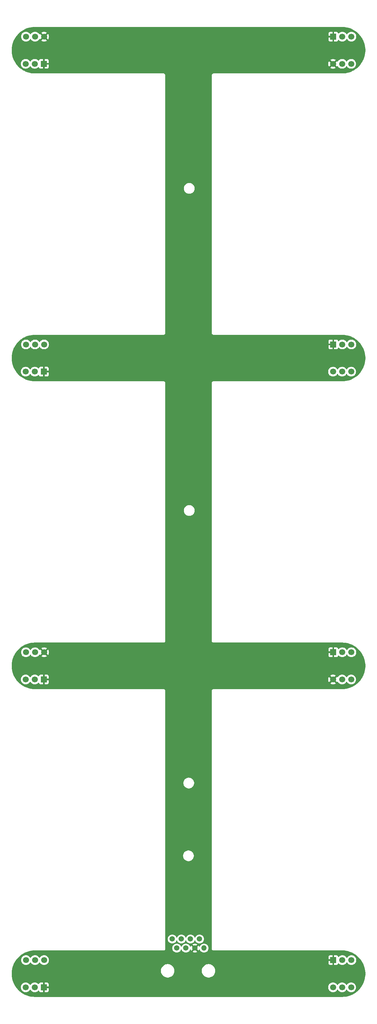
<source format=gbr>
%TF.GenerationSoftware,KiCad,Pcbnew,8.0.0*%
%TF.CreationDate,2024-05-23T14:19:23-05:00*%
%TF.ProjectId,mic_array_circuit,6d69635f-6172-4726-9179-5f6369726375,rev?*%
%TF.SameCoordinates,Original*%
%TF.FileFunction,Copper,L3,Inr*%
%TF.FilePolarity,Positive*%
%FSLAX46Y46*%
G04 Gerber Fmt 4.6, Leading zero omitted, Abs format (unit mm)*
G04 Created by KiCad (PCBNEW 8.0.0) date 2024-05-23 14:19:23*
%MOMM*%
%LPD*%
G01*
G04 APERTURE LIST*
%TA.AperFunction,ComponentPad*%
%ADD10R,1.700000X1.700000*%
%TD*%
%TA.AperFunction,ComponentPad*%
%ADD11C,1.700000*%
%TD*%
%TA.AperFunction,ComponentPad*%
%ADD12O,1.500000X1.500000*%
%TD*%
%TA.AperFunction,ComponentPad*%
%ADD13C,1.500000*%
%TD*%
G04 APERTURE END LIST*
D10*
%TO.N,gnd*%
%TO.C,REF\u002A\u002A*%
X-497500000Y-89800000D03*
D11*
%TO.N,pwr*%
X-497420000Y-82200000D03*
X-500040000Y-89800000D03*
%TO.N,ws*%
X-499960000Y-82200000D03*
%TO.N,d1*%
X-502580000Y-89800000D03*
%TO.N,clk*%
X-502500000Y-82200000D03*
%TD*%
D10*
%TO.N,gnd*%
%TO.C,REF\u002A\u002A*%
X-497500000Y-3800000D03*
D11*
X-497420000Y3800000D03*
%TO.N,pwr*%
X-500040000Y-3800000D03*
%TO.N,ws*%
X-499960000Y3800000D03*
%TO.N,d1*%
X-502580000Y-3800000D03*
%TO.N,clk*%
X-502500000Y3800000D03*
%TD*%
D10*
%TO.N,gnd*%
%TO.C,REF\u002A\u002A*%
X-497500000Y-261800000D03*
D11*
%TO.N,pwr*%
X-497420000Y-254200000D03*
X-500040000Y-261800000D03*
%TO.N,ws*%
X-499960000Y-254200000D03*
%TO.N,d3*%
X-502580000Y-261800000D03*
%TO.N,clk*%
X-502500000Y-254200000D03*
%TD*%
D10*
%TO.N,gnd*%
%TO.C,REF\u002A\u002A*%
X-416500000Y-82200000D03*
D11*
%TO.N,pwr*%
X-416580000Y-89800000D03*
X-413960000Y-82200000D03*
%TO.N,ws*%
X-414040000Y-89800000D03*
%TO.N,d2*%
X-411420000Y-82200000D03*
%TO.N,clk*%
X-411500000Y-89800000D03*
%TD*%
D10*
%TO.N,gnd*%
%TO.C,REF\u002A\u002A*%
X-416500000Y-168200000D03*
D11*
X-416580000Y-175800000D03*
%TO.N,pwr*%
X-413960000Y-168200000D03*
%TO.N,ws*%
X-414040000Y-175800000D03*
%TO.N,d4*%
X-411420000Y-168200000D03*
%TO.N,clk*%
X-411500000Y-175800000D03*
%TD*%
D10*
%TO.N,gnd*%
%TO.C,REF\u002A\u002A*%
X-416500000Y-254200000D03*
D11*
%TO.N,pwr*%
X-416580000Y-261800000D03*
X-413960000Y-254200000D03*
%TO.N,ws*%
X-414040000Y-261800000D03*
%TO.N,d4*%
X-411420000Y-254200000D03*
%TO.N,clk*%
X-411500000Y-261800000D03*
%TD*%
D10*
%TO.N,gnd*%
%TO.C,REF\u002A\u002A*%
X-416500000Y3800000D03*
D11*
X-416580000Y-3800000D03*
%TO.N,pwr*%
X-413960000Y3800000D03*
%TO.N,ws*%
X-414040000Y-3800000D03*
%TO.N,d2*%
X-411420000Y3800000D03*
%TO.N,clk*%
X-411500000Y-3800000D03*
%TD*%
D10*
%TO.N,gnd*%
%TO.C,REF\u002A\u002A*%
X-497500000Y-175800000D03*
D11*
X-497420000Y-168200000D03*
%TO.N,pwr*%
X-500040000Y-175800000D03*
%TO.N,ws*%
X-499960000Y-168200000D03*
%TO.N,d3*%
X-502580000Y-175800000D03*
%TO.N,clk*%
X-502500000Y-168200000D03*
%TD*%
D12*
%TO.N,d4*%
%TO.C,REF\u002A\u002A*%
X-452670000Y-250850000D03*
D13*
%TO.N,clk*%
X-453940000Y-248310000D03*
%TO.N,gnd*%
X-455210000Y-250850000D03*
%TO.N,d2*%
X-456480000Y-248310000D03*
%TO.N,pwr*%
X-457750000Y-250850000D03*
%TO.N,d1*%
X-459020000Y-248310000D03*
%TO.N,d3*%
X-460290000Y-250850000D03*
%TO.N,ws*%
X-461560000Y-248310000D03*
%TD*%
%TA.AperFunction,Conductor*%
%TO.N,gnd*%
G36*
X-413997626Y6499409D02*
G01*
X-413507219Y6480611D01*
X-413497748Y6479884D01*
X-413012578Y6423874D01*
X-413003190Y6422424D01*
X-412523723Y6329436D01*
X-412514474Y6327271D01*
X-412043549Y6197859D01*
X-412034493Y6194993D01*
X-411574846Y6029907D01*
X-411566036Y6026356D01*
X-411120391Y5826577D01*
X-411111878Y5822363D01*
X-410682801Y5589039D01*
X-410674636Y5584184D01*
X-410264708Y5318717D01*
X-410256938Y5313252D01*
X-409868524Y5017177D01*
X-409861198Y5011136D01*
X-409819081Y4973601D01*
X-409496588Y4686196D01*
X-409489743Y4679609D01*
X-409375952Y4561373D01*
X-409254351Y4435021D01*
X-409151070Y4327706D01*
X-409144755Y4320619D01*
X-408834009Y3943818D01*
X-408828258Y3936272D01*
X-408547279Y3536804D01*
X-408542115Y3528831D01*
X-408441443Y3359493D01*
X-408321785Y3158219D01*
X-408292533Y3109016D01*
X-408288009Y3100697D01*
X-408071284Y2662986D01*
X-408067409Y2654340D01*
X-407884830Y2201333D01*
X-407881626Y2192411D01*
X-407734268Y1726779D01*
X-407731752Y1717626D01*
X-407641651Y1332587D01*
X-407620471Y1242081D01*
X-407618664Y1232766D01*
X-407544105Y750061D01*
X-407543019Y740655D01*
X-407506136Y260243D01*
X-407505633Y253690D01*
X-407505269Y244198D01*
X-407505269Y-244198D01*
X-407505633Y-253690D01*
X-407543019Y-740655D01*
X-407544105Y-750061D01*
X-407618662Y-1232756D01*
X-407620469Y-1242071D01*
X-407731751Y-1717620D01*
X-407734268Y-1726779D01*
X-407881626Y-2192411D01*
X-407884830Y-2201333D01*
X-408056148Y-2626400D01*
X-408067407Y-2654336D01*
X-408071284Y-2662986D01*
X-408288009Y-3100697D01*
X-408292530Y-3109012D01*
X-408325802Y-3164977D01*
X-408542115Y-3528831D01*
X-408547279Y-3536804D01*
X-408828258Y-3936272D01*
X-408834009Y-3943818D01*
X-409127750Y-4300000D01*
X-409144750Y-4320614D01*
X-409151065Y-4327701D01*
X-409295311Y-4477582D01*
X-409489743Y-4679609D01*
X-409496588Y-4686196D01*
X-409576461Y-4757379D01*
X-409856770Y-5007190D01*
X-409861196Y-5011134D01*
X-409868524Y-5017177D01*
X-410256938Y-5313252D01*
X-410264708Y-5318717D01*
X-410674636Y-5584184D01*
X-410682801Y-5589039D01*
X-411111878Y-5822363D01*
X-411120391Y-5826577D01*
X-411566036Y-6026356D01*
X-411574846Y-6029907D01*
X-412034493Y-6194993D01*
X-412043549Y-6197859D01*
X-412514474Y-6327271D01*
X-412523723Y-6329436D01*
X-413003190Y-6422424D01*
X-413012578Y-6423874D01*
X-413497748Y-6479884D01*
X-413507219Y-6480611D01*
X-413997626Y-6499409D01*
X-414002376Y-6499500D01*
X-449934108Y-6499500D01*
X-450065892Y-6499500D01*
X-450129539Y-6516554D01*
X-450193187Y-6533608D01*
X-450250250Y-6566554D01*
X-450307314Y-6599500D01*
X-450400500Y-6692686D01*
X-450466392Y-6806814D01*
X-450500500Y-6934108D01*
X-450500500Y-78934108D01*
X-450500500Y-79065892D01*
X-450466392Y-79193186D01*
X-450400500Y-79307314D01*
X-450307314Y-79400500D01*
X-450193186Y-79466392D01*
X-450065892Y-79500500D01*
X-414065892Y-79500500D01*
X-414002376Y-79500500D01*
X-413997627Y-79500591D01*
X-413975559Y-79501436D01*
X-413507197Y-79519389D01*
X-413497771Y-79520113D01*
X-413012555Y-79576128D01*
X-413003213Y-79577571D01*
X-412523702Y-79670567D01*
X-412514496Y-79672722D01*
X-412043528Y-79802146D01*
X-412034513Y-79804999D01*
X-411574833Y-79970097D01*
X-411566049Y-79973637D01*
X-411120373Y-80173430D01*
X-411111895Y-80177627D01*
X-410682780Y-80410972D01*
X-410674656Y-80415802D01*
X-410264693Y-80681292D01*
X-410256952Y-80686736D01*
X-409868506Y-80982836D01*
X-409861213Y-80988850D01*
X-409496579Y-81313810D01*
X-409489750Y-81320382D01*
X-409151053Y-81672311D01*
X-409144766Y-81679366D01*
X-408833999Y-82056193D01*
X-408828264Y-82063717D01*
X-408732407Y-82199999D01*
X-408547279Y-82463195D01*
X-408542120Y-82471159D01*
X-408292524Y-82890998D01*
X-408288014Y-82899291D01*
X-408071280Y-83337022D01*
X-408067413Y-83345649D01*
X-407884827Y-83798674D01*
X-407881631Y-83807571D01*
X-407734264Y-84273233D01*
X-407731754Y-84282367D01*
X-407620467Y-84757933D01*
X-407618664Y-84767228D01*
X-407544104Y-85249941D01*
X-407543020Y-85259341D01*
X-407505633Y-85746309D01*
X-407505269Y-85755801D01*
X-407505269Y-86244198D01*
X-407505633Y-86253690D01*
X-407543019Y-86740655D01*
X-407544105Y-86750061D01*
X-407618662Y-87232756D01*
X-407620469Y-87242071D01*
X-407731751Y-87717620D01*
X-407734268Y-87726779D01*
X-407881626Y-88192411D01*
X-407884830Y-88201333D01*
X-408055973Y-88625967D01*
X-408067407Y-88654336D01*
X-408071284Y-88662986D01*
X-408288009Y-89100697D01*
X-408292533Y-89109016D01*
X-408542115Y-89528831D01*
X-408547279Y-89536804D01*
X-408828258Y-89936272D01*
X-408834009Y-89943818D01*
X-409127750Y-90300000D01*
X-409144750Y-90320614D01*
X-409151070Y-90327706D01*
X-409489743Y-90679609D01*
X-409496588Y-90686196D01*
X-409576461Y-90757379D01*
X-409856770Y-91007190D01*
X-409861196Y-91011134D01*
X-409868524Y-91017177D01*
X-410256938Y-91313252D01*
X-410264708Y-91318717D01*
X-410674636Y-91584184D01*
X-410682801Y-91589039D01*
X-411111878Y-91822363D01*
X-411120391Y-91826577D01*
X-411566036Y-92026356D01*
X-411574846Y-92029907D01*
X-412034493Y-92194993D01*
X-412043549Y-92197859D01*
X-412514474Y-92327271D01*
X-412523723Y-92329436D01*
X-413003190Y-92422424D01*
X-413012578Y-92423874D01*
X-413497748Y-92479884D01*
X-413507219Y-92480611D01*
X-413997626Y-92499409D01*
X-414002376Y-92499500D01*
X-449934108Y-92499500D01*
X-450065892Y-92499500D01*
X-450129539Y-92516554D01*
X-450193187Y-92533608D01*
X-450250250Y-92566554D01*
X-450307314Y-92599500D01*
X-450400500Y-92692686D01*
X-450466392Y-92806814D01*
X-450500500Y-92934108D01*
X-450500500Y-164934108D01*
X-450500500Y-165065892D01*
X-450466392Y-165193186D01*
X-450400500Y-165307314D01*
X-450307314Y-165400500D01*
X-450193186Y-165466392D01*
X-450065892Y-165500500D01*
X-414065892Y-165500500D01*
X-414002376Y-165500500D01*
X-413997627Y-165500591D01*
X-413975559Y-165501436D01*
X-413507197Y-165519389D01*
X-413497771Y-165520113D01*
X-413012555Y-165576128D01*
X-413003213Y-165577571D01*
X-412523702Y-165670567D01*
X-412514496Y-165672722D01*
X-412043528Y-165802146D01*
X-412034513Y-165804999D01*
X-411574833Y-165970097D01*
X-411566049Y-165973637D01*
X-411120373Y-166173430D01*
X-411111895Y-166177627D01*
X-410682780Y-166410972D01*
X-410674656Y-166415802D01*
X-410264693Y-166681292D01*
X-410256952Y-166686736D01*
X-409868506Y-166982836D01*
X-409861213Y-166988850D01*
X-409496579Y-167313810D01*
X-409489750Y-167320382D01*
X-409151053Y-167672311D01*
X-409144766Y-167679366D01*
X-408833999Y-168056193D01*
X-408828264Y-168063717D01*
X-408732407Y-168199999D01*
X-408547279Y-168463195D01*
X-408542120Y-168471159D01*
X-408292524Y-168890998D01*
X-408288014Y-168899291D01*
X-408071280Y-169337022D01*
X-408067413Y-169345649D01*
X-407884827Y-169798674D01*
X-407881631Y-169807571D01*
X-407734264Y-170273233D01*
X-407731754Y-170282367D01*
X-407620467Y-170757933D01*
X-407618664Y-170767228D01*
X-407544104Y-171249941D01*
X-407543020Y-171259341D01*
X-407505633Y-171746309D01*
X-407505269Y-171755801D01*
X-407505269Y-172244198D01*
X-407505633Y-172253690D01*
X-407543019Y-172740655D01*
X-407544105Y-172750061D01*
X-407618662Y-173232756D01*
X-407620469Y-173242071D01*
X-407731751Y-173717620D01*
X-407734268Y-173726779D01*
X-407881626Y-174192411D01*
X-407884830Y-174201333D01*
X-408056148Y-174626400D01*
X-408067407Y-174654336D01*
X-408071284Y-174662986D01*
X-408288009Y-175100697D01*
X-408292530Y-175109012D01*
X-408325802Y-175164977D01*
X-408542115Y-175528831D01*
X-408547279Y-175536804D01*
X-408828258Y-175936272D01*
X-408834009Y-175943818D01*
X-409127750Y-176300000D01*
X-409144750Y-176320614D01*
X-409151065Y-176327701D01*
X-409295311Y-176477582D01*
X-409489743Y-176679609D01*
X-409496588Y-176686196D01*
X-409576461Y-176757379D01*
X-409856770Y-177007190D01*
X-409861196Y-177011134D01*
X-409868524Y-177017177D01*
X-410256938Y-177313252D01*
X-410264708Y-177318717D01*
X-410674636Y-177584184D01*
X-410682801Y-177589039D01*
X-411111878Y-177822363D01*
X-411120391Y-177826577D01*
X-411566036Y-178026356D01*
X-411574846Y-178029907D01*
X-412034493Y-178194993D01*
X-412043549Y-178197859D01*
X-412514474Y-178327271D01*
X-412523723Y-178329436D01*
X-413003190Y-178422424D01*
X-413012578Y-178423874D01*
X-413497748Y-178479884D01*
X-413507219Y-178480611D01*
X-413997626Y-178499409D01*
X-414002376Y-178499500D01*
X-449934108Y-178499500D01*
X-450065892Y-178499500D01*
X-450129539Y-178516554D01*
X-450193187Y-178533608D01*
X-450250250Y-178566554D01*
X-450307314Y-178599500D01*
X-450400500Y-178692686D01*
X-450466392Y-178806814D01*
X-450500500Y-178934108D01*
X-450500500Y-251065892D01*
X-450466392Y-251193186D01*
X-450400500Y-251307314D01*
X-450307314Y-251400500D01*
X-450193186Y-251466392D01*
X-450065892Y-251500500D01*
X-449934108Y-251500500D01*
X-414065892Y-251500500D01*
X-414002376Y-251500500D01*
X-413997627Y-251500591D01*
X-413975559Y-251501436D01*
X-413507197Y-251519389D01*
X-413497771Y-251520113D01*
X-413012555Y-251576128D01*
X-413003213Y-251577571D01*
X-412523702Y-251670567D01*
X-412514496Y-251672722D01*
X-412043528Y-251802146D01*
X-412034513Y-251804999D01*
X-411574833Y-251970097D01*
X-411566049Y-251973637D01*
X-411120373Y-252173430D01*
X-411111895Y-252177627D01*
X-410682780Y-252410972D01*
X-410674656Y-252415802D01*
X-410264693Y-252681292D01*
X-410256952Y-252686736D01*
X-409868506Y-252982836D01*
X-409861213Y-252988850D01*
X-409496579Y-253313810D01*
X-409489750Y-253320382D01*
X-409151053Y-253672311D01*
X-409144766Y-253679366D01*
X-408833999Y-254056193D01*
X-408828264Y-254063717D01*
X-408732407Y-254199999D01*
X-408547279Y-254463195D01*
X-408542120Y-254471159D01*
X-408292524Y-254890998D01*
X-408288014Y-254899291D01*
X-408071280Y-255337022D01*
X-408067413Y-255345649D01*
X-407884827Y-255798674D01*
X-407881631Y-255807571D01*
X-407734264Y-256273233D01*
X-407731754Y-256282367D01*
X-407620467Y-256757933D01*
X-407618664Y-256767228D01*
X-407544104Y-257249941D01*
X-407543020Y-257259341D01*
X-407505633Y-257746309D01*
X-407505269Y-257755801D01*
X-407505269Y-258244198D01*
X-407505633Y-258253690D01*
X-407543019Y-258740655D01*
X-407544105Y-258750061D01*
X-407618662Y-259232756D01*
X-407620469Y-259242071D01*
X-407731751Y-259717620D01*
X-407734268Y-259726779D01*
X-407881626Y-260192411D01*
X-407884830Y-260201333D01*
X-408055973Y-260625967D01*
X-408067407Y-260654336D01*
X-408071284Y-260662986D01*
X-408288009Y-261100697D01*
X-408292533Y-261109016D01*
X-408542115Y-261528831D01*
X-408547279Y-261536804D01*
X-408828258Y-261936272D01*
X-408834009Y-261943818D01*
X-409127750Y-262300000D01*
X-409144750Y-262320614D01*
X-409151070Y-262327706D01*
X-409489743Y-262679609D01*
X-409496588Y-262686196D01*
X-409576461Y-262757379D01*
X-409856770Y-263007190D01*
X-409861196Y-263011134D01*
X-409868524Y-263017177D01*
X-410256938Y-263313252D01*
X-410264708Y-263318717D01*
X-410674636Y-263584184D01*
X-410682801Y-263589039D01*
X-411111878Y-263822363D01*
X-411120391Y-263826577D01*
X-411566036Y-264026356D01*
X-411574846Y-264029907D01*
X-412034493Y-264194993D01*
X-412043549Y-264197859D01*
X-412514474Y-264327271D01*
X-412523723Y-264329436D01*
X-413003190Y-264422424D01*
X-413012578Y-264423874D01*
X-413497748Y-264479884D01*
X-413507219Y-264480611D01*
X-413997626Y-264499409D01*
X-414002376Y-264499500D01*
X-499997624Y-264499500D01*
X-500002374Y-264499409D01*
X-500492780Y-264480611D01*
X-500502251Y-264479884D01*
X-500987421Y-264423874D01*
X-500996809Y-264422424D01*
X-501476276Y-264329436D01*
X-501485525Y-264327271D01*
X-501956450Y-264197859D01*
X-501965506Y-264194993D01*
X-502425153Y-264029907D01*
X-502433963Y-264026356D01*
X-502879608Y-263826577D01*
X-502888121Y-263822363D01*
X-503317198Y-263589039D01*
X-503325363Y-263584184D01*
X-503735291Y-263318717D01*
X-503743061Y-263313252D01*
X-504131475Y-263017177D01*
X-504138803Y-263011134D01*
X-504503411Y-262686196D01*
X-504510256Y-262679609D01*
X-504848929Y-262327706D01*
X-504855249Y-262320614D01*
X-505165983Y-261943827D01*
X-505171741Y-261936272D01*
X-505267592Y-261800000D01*
X-503935659Y-261800000D01*
X-503915063Y-262035408D01*
X-503853903Y-262263663D01*
X-503754035Y-262477830D01*
X-503618495Y-262671401D01*
X-503451401Y-262838495D01*
X-503257830Y-262974035D01*
X-503043663Y-263073903D01*
X-502815408Y-263135063D01*
X-502644681Y-263150000D01*
X-502580001Y-263155659D01*
X-502580000Y-263155659D01*
X-502579999Y-263155659D01*
X-502515319Y-263150000D01*
X-502344592Y-263135063D01*
X-502116337Y-263073903D01*
X-501902170Y-262974035D01*
X-501902167Y-262974033D01*
X-501902165Y-262974032D01*
X-501785135Y-262892086D01*
X-501708599Y-262838495D01*
X-501541505Y-262671401D01*
X-501541500Y-262671395D01*
X-501411575Y-262485842D01*
X-501356998Y-262442217D01*
X-501287500Y-262435023D01*
X-501225145Y-262466546D01*
X-501208424Y-262485842D01*
X-501078495Y-262671401D01*
X-500911401Y-262838495D01*
X-500717830Y-262974035D01*
X-500503663Y-263073903D01*
X-500275408Y-263135063D01*
X-500104681Y-263150000D01*
X-500040001Y-263155659D01*
X-500040000Y-263155659D01*
X-500039999Y-263155659D01*
X-499975319Y-263150000D01*
X-499804592Y-263135063D01*
X-499576337Y-263073903D01*
X-499362170Y-262974035D01*
X-499362167Y-262974033D01*
X-499362165Y-262974032D01*
X-499245135Y-262892086D01*
X-499168599Y-262838495D01*
X-499046285Y-262716181D01*
X-498984962Y-262682696D01*
X-498915270Y-262687680D01*
X-498859337Y-262729552D01*
X-498842422Y-262760529D01*
X-498793354Y-262892086D01*
X-498793350Y-262892093D01*
X-498707190Y-263007187D01*
X-498707187Y-263007190D01*
X-498592093Y-263093350D01*
X-498592086Y-263093354D01*
X-498457379Y-263143596D01*
X-498457372Y-263143598D01*
X-498397844Y-263149999D01*
X-498397828Y-263150000D01*
X-497750000Y-263150000D01*
X-497750000Y-262233012D01*
X-497692993Y-262265925D01*
X-497565826Y-262300000D01*
X-497434174Y-262300000D01*
X-497307007Y-262265925D01*
X-497250000Y-262233012D01*
X-497250000Y-263150000D01*
X-496602172Y-263150000D01*
X-496602155Y-263149999D01*
X-496542627Y-263143598D01*
X-496542620Y-263143596D01*
X-496407913Y-263093354D01*
X-496407906Y-263093350D01*
X-496292812Y-263007190D01*
X-496292809Y-263007187D01*
X-496206649Y-262892093D01*
X-496206645Y-262892086D01*
X-496156403Y-262757379D01*
X-496156401Y-262757372D01*
X-496150000Y-262697844D01*
X-496150000Y-262050000D01*
X-497066988Y-262050000D01*
X-497034075Y-261992993D01*
X-497000000Y-261865826D01*
X-497000000Y-261800000D01*
X-417935659Y-261800000D01*
X-417915063Y-262035408D01*
X-417853903Y-262263663D01*
X-417754035Y-262477830D01*
X-417618495Y-262671401D01*
X-417451401Y-262838495D01*
X-417257830Y-262974035D01*
X-417043663Y-263073903D01*
X-416815408Y-263135063D01*
X-416644681Y-263150000D01*
X-416580001Y-263155659D01*
X-416580000Y-263155659D01*
X-416579999Y-263155659D01*
X-416515319Y-263150000D01*
X-416344592Y-263135063D01*
X-416116337Y-263073903D01*
X-415902170Y-262974035D01*
X-415902167Y-262974033D01*
X-415902165Y-262974032D01*
X-415785135Y-262892086D01*
X-415708599Y-262838495D01*
X-415541505Y-262671401D01*
X-415541500Y-262671395D01*
X-415411575Y-262485842D01*
X-415356998Y-262442217D01*
X-415287500Y-262435023D01*
X-415225145Y-262466546D01*
X-415208424Y-262485842D01*
X-415078495Y-262671401D01*
X-414911401Y-262838495D01*
X-414717830Y-262974035D01*
X-414503663Y-263073903D01*
X-414275408Y-263135063D01*
X-414104681Y-263150000D01*
X-414040001Y-263155659D01*
X-414040000Y-263155659D01*
X-414039999Y-263155659D01*
X-413975319Y-263150000D01*
X-413804592Y-263135063D01*
X-413576337Y-263073903D01*
X-413362170Y-262974035D01*
X-413362167Y-262974033D01*
X-413362165Y-262974032D01*
X-413245135Y-262892086D01*
X-413168599Y-262838495D01*
X-413001505Y-262671401D01*
X-413001500Y-262671395D01*
X-412871575Y-262485842D01*
X-412816998Y-262442217D01*
X-412747500Y-262435023D01*
X-412685145Y-262466546D01*
X-412668424Y-262485842D01*
X-412538495Y-262671401D01*
X-412371401Y-262838495D01*
X-412177830Y-262974035D01*
X-411963663Y-263073903D01*
X-411735408Y-263135063D01*
X-411564681Y-263150000D01*
X-411500001Y-263155659D01*
X-411500000Y-263155659D01*
X-411499999Y-263155659D01*
X-411435319Y-263150000D01*
X-411264592Y-263135063D01*
X-411036337Y-263073903D01*
X-410822170Y-262974035D01*
X-410822167Y-262974033D01*
X-410822165Y-262974032D01*
X-410705135Y-262892086D01*
X-410628599Y-262838495D01*
X-410461505Y-262671401D01*
X-410434281Y-262632521D01*
X-410325967Y-262477834D01*
X-410325965Y-262477830D01*
X-410255961Y-262327706D01*
X-410226097Y-262263663D01*
X-410226096Y-262263659D01*
X-410226094Y-262263655D01*
X-410164938Y-262035413D01*
X-410164936Y-262035403D01*
X-410144341Y-261800000D01*
X-410144341Y-261799999D01*
X-410164936Y-261564596D01*
X-410164938Y-261564586D01*
X-410226094Y-261336344D01*
X-410226098Y-261336335D01*
X-410325964Y-261122171D01*
X-410325965Y-261122169D01*
X-410461505Y-260928597D01*
X-410628597Y-260761506D01*
X-410628604Y-260761501D01*
X-410822165Y-260625967D01*
X-410822169Y-260625965D01*
X-411036335Y-260526098D01*
X-411036344Y-260526094D01*
X-411264586Y-260464938D01*
X-411264596Y-260464936D01*
X-411499999Y-260444341D01*
X-411500001Y-260444341D01*
X-411735403Y-260464936D01*
X-411735413Y-260464938D01*
X-411963655Y-260526094D01*
X-411963659Y-260526096D01*
X-411963663Y-260526097D01*
X-412070746Y-260576031D01*
X-412177828Y-260625964D01*
X-412177830Y-260625965D01*
X-412371402Y-260761505D01*
X-412538494Y-260928597D01*
X-412668425Y-261114158D01*
X-412723002Y-261157783D01*
X-412792500Y-261164977D01*
X-412854855Y-261133454D01*
X-412871575Y-261114158D01*
X-413001505Y-260928597D01*
X-413168597Y-260761506D01*
X-413168604Y-260761501D01*
X-413362165Y-260625967D01*
X-413362169Y-260625965D01*
X-413576335Y-260526098D01*
X-413576344Y-260526094D01*
X-413804586Y-260464938D01*
X-413804596Y-260464936D01*
X-414039999Y-260444341D01*
X-414040001Y-260444341D01*
X-414275403Y-260464936D01*
X-414275413Y-260464938D01*
X-414503655Y-260526094D01*
X-414503659Y-260526096D01*
X-414503663Y-260526097D01*
X-414610746Y-260576031D01*
X-414717828Y-260625964D01*
X-414717830Y-260625965D01*
X-414911402Y-260761505D01*
X-415078494Y-260928597D01*
X-415208425Y-261114158D01*
X-415263002Y-261157783D01*
X-415332500Y-261164977D01*
X-415394855Y-261133454D01*
X-415411575Y-261114158D01*
X-415541505Y-260928597D01*
X-415708597Y-260761506D01*
X-415708604Y-260761501D01*
X-415902165Y-260625967D01*
X-415902169Y-260625965D01*
X-416116335Y-260526098D01*
X-416116344Y-260526094D01*
X-416344586Y-260464938D01*
X-416344596Y-260464936D01*
X-416579999Y-260444341D01*
X-416580001Y-260444341D01*
X-416815403Y-260464936D01*
X-416815413Y-260464938D01*
X-417043655Y-260526094D01*
X-417043659Y-260526096D01*
X-417043663Y-260526097D01*
X-417150746Y-260576031D01*
X-417257828Y-260625964D01*
X-417257830Y-260625965D01*
X-417451402Y-260761505D01*
X-417618494Y-260928597D01*
X-417748424Y-261114158D01*
X-417754035Y-261122171D01*
X-417853903Y-261336337D01*
X-417915063Y-261564592D01*
X-417935659Y-261800000D01*
X-497000000Y-261800000D01*
X-497000000Y-261734174D01*
X-497034075Y-261607007D01*
X-497066988Y-261550000D01*
X-496150000Y-261550000D01*
X-496150000Y-260902155D01*
X-496156401Y-260842627D01*
X-496156403Y-260842620D01*
X-496206645Y-260707913D01*
X-496206649Y-260707906D01*
X-496292809Y-260592812D01*
X-496292812Y-260592809D01*
X-496407906Y-260506649D01*
X-496407913Y-260506645D01*
X-496542620Y-260456403D01*
X-496542627Y-260456401D01*
X-496602155Y-260450000D01*
X-497250000Y-260450000D01*
X-497250000Y-261366988D01*
X-497307007Y-261334075D01*
X-497434174Y-261300000D01*
X-497565826Y-261300000D01*
X-497692993Y-261334075D01*
X-497750000Y-261366988D01*
X-497750000Y-260450000D01*
X-498397844Y-260450000D01*
X-498457372Y-260456401D01*
X-498457379Y-260456403D01*
X-498592086Y-260506645D01*
X-498592093Y-260506649D01*
X-498707187Y-260592809D01*
X-498707190Y-260592812D01*
X-498793350Y-260707906D01*
X-498793354Y-260707913D01*
X-498842421Y-260839470D01*
X-498884292Y-260895403D01*
X-498949756Y-260919821D01*
X-499018029Y-260904970D01*
X-499046284Y-260883819D01*
X-499168603Y-260761501D01*
X-499362165Y-260625967D01*
X-499362169Y-260625965D01*
X-499576335Y-260526098D01*
X-499576344Y-260526094D01*
X-499804586Y-260464938D01*
X-499804596Y-260464936D01*
X-500039999Y-260444341D01*
X-500040001Y-260444341D01*
X-500275403Y-260464936D01*
X-500275413Y-260464938D01*
X-500503655Y-260526094D01*
X-500503659Y-260526096D01*
X-500503663Y-260526097D01*
X-500610746Y-260576031D01*
X-500717828Y-260625964D01*
X-500717830Y-260625965D01*
X-500911402Y-260761505D01*
X-501078494Y-260928597D01*
X-501208425Y-261114158D01*
X-501263002Y-261157783D01*
X-501332500Y-261164977D01*
X-501394855Y-261133454D01*
X-501411575Y-261114158D01*
X-501541505Y-260928597D01*
X-501708597Y-260761506D01*
X-501708604Y-260761501D01*
X-501902165Y-260625967D01*
X-501902169Y-260625965D01*
X-502116335Y-260526098D01*
X-502116344Y-260526094D01*
X-502344586Y-260464938D01*
X-502344596Y-260464936D01*
X-502579999Y-260444341D01*
X-502580001Y-260444341D01*
X-502815403Y-260464936D01*
X-502815413Y-260464938D01*
X-503043655Y-260526094D01*
X-503043659Y-260526096D01*
X-503043663Y-260526097D01*
X-503150746Y-260576031D01*
X-503257828Y-260625964D01*
X-503257830Y-260625965D01*
X-503451402Y-260761505D01*
X-503618494Y-260928597D01*
X-503748424Y-261114158D01*
X-503754035Y-261122171D01*
X-503853903Y-261336337D01*
X-503915063Y-261564592D01*
X-503935659Y-261800000D01*
X-505267592Y-261800000D01*
X-505452720Y-261536804D01*
X-505457884Y-261528831D01*
X-505707466Y-261109016D01*
X-505712004Y-261100671D01*
X-505928707Y-260663003D01*
X-505932592Y-260654336D01*
X-506115162Y-260201352D01*
X-506118373Y-260192411D01*
X-506265731Y-259726779D01*
X-506268248Y-259717620D01*
X-506379528Y-259242081D01*
X-506381337Y-259232756D01*
X-506455892Y-258750076D01*
X-506456981Y-258740639D01*
X-506494367Y-258253690D01*
X-506494731Y-258244198D01*
X-506494731Y-257755801D01*
X-506494367Y-257746309D01*
X-506493277Y-257732119D01*
X-506461862Y-257322934D01*
X-506461861Y-257322927D01*
X-464705500Y-257322927D01*
X-464673409Y-257566677D01*
X-464609778Y-257804153D01*
X-464515694Y-258031292D01*
X-464392767Y-258244208D01*
X-464243101Y-258439256D01*
X-464069256Y-258613101D01*
X-463874208Y-258762767D01*
X-463661292Y-258885694D01*
X-463434153Y-258979778D01*
X-463196677Y-259043409D01*
X-462952927Y-259075500D01*
X-462952920Y-259075500D01*
X-462707080Y-259075500D01*
X-462707073Y-259075500D01*
X-462463323Y-259043409D01*
X-462225847Y-258979778D01*
X-461998708Y-258885694D01*
X-461785792Y-258762767D01*
X-461590744Y-258613101D01*
X-461590738Y-258613096D01*
X-461416903Y-258439261D01*
X-461416897Y-258439254D01*
X-461267236Y-258244212D01*
X-461267235Y-258244211D01*
X-461267233Y-258244208D01*
X-461144306Y-258031292D01*
X-461144303Y-258031285D01*
X-461050225Y-257804162D01*
X-461050222Y-257804152D01*
X-460986591Y-257566677D01*
X-460981227Y-257525939D01*
X-460954500Y-257322934D01*
X-460954500Y-257322927D01*
X-453275500Y-257322927D01*
X-453243409Y-257566677D01*
X-453179778Y-257804153D01*
X-453085694Y-258031292D01*
X-452962767Y-258244208D01*
X-452813101Y-258439256D01*
X-452639256Y-258613101D01*
X-452444208Y-258762767D01*
X-452231292Y-258885694D01*
X-452004153Y-258979778D01*
X-451766677Y-259043409D01*
X-451522927Y-259075500D01*
X-451522920Y-259075500D01*
X-451277080Y-259075500D01*
X-451277073Y-259075500D01*
X-451033323Y-259043409D01*
X-450795847Y-258979778D01*
X-450568708Y-258885694D01*
X-450355792Y-258762767D01*
X-450160744Y-258613101D01*
X-450160738Y-258613096D01*
X-449986903Y-258439261D01*
X-449986897Y-258439254D01*
X-449837236Y-258244212D01*
X-449837235Y-258244211D01*
X-449837233Y-258244208D01*
X-449714306Y-258031292D01*
X-449714303Y-258031285D01*
X-449620225Y-257804162D01*
X-449620222Y-257804152D01*
X-449556591Y-257566677D01*
X-449551227Y-257525939D01*
X-449524500Y-257322934D01*
X-449524500Y-257077065D01*
X-449556590Y-256833331D01*
X-449556592Y-256833320D01*
X-449620222Y-256595847D01*
X-449620225Y-256595837D01*
X-449714303Y-256368714D01*
X-449714307Y-256368705D01*
X-449837236Y-256155787D01*
X-449986897Y-255960745D01*
X-449986903Y-255960738D01*
X-450160738Y-255786903D01*
X-450160745Y-255786897D01*
X-450355787Y-255637236D01*
X-450568705Y-255514307D01*
X-450568714Y-255514303D01*
X-450795837Y-255420225D01*
X-450795847Y-255420222D01*
X-451033323Y-255356591D01*
X-451045059Y-255355045D01*
X-451277065Y-255324500D01*
X-451277073Y-255324500D01*
X-451522927Y-255324500D01*
X-451522934Y-255324500D01*
X-451725939Y-255351227D01*
X-451766677Y-255356591D01*
X-452004153Y-255420222D01*
X-452004155Y-255420223D01*
X-452004162Y-255420225D01*
X-452231285Y-255514303D01*
X-452231292Y-255514306D01*
X-452444208Y-255637233D01*
X-452444211Y-255637235D01*
X-452444212Y-255637236D01*
X-452639254Y-255786897D01*
X-452639261Y-255786903D01*
X-452813096Y-255960738D01*
X-452813101Y-255960744D01*
X-452962767Y-256155792D01*
X-453085694Y-256368708D01*
X-453179778Y-256595847D01*
X-453243409Y-256833323D01*
X-453275500Y-257077073D01*
X-453275500Y-257322927D01*
X-460954500Y-257322927D01*
X-460954500Y-257077065D01*
X-460986590Y-256833331D01*
X-460986592Y-256833320D01*
X-461050222Y-256595847D01*
X-461050225Y-256595837D01*
X-461144303Y-256368714D01*
X-461144307Y-256368705D01*
X-461267236Y-256155787D01*
X-461416897Y-255960745D01*
X-461416903Y-255960738D01*
X-461590738Y-255786903D01*
X-461590745Y-255786897D01*
X-461785787Y-255637236D01*
X-461998705Y-255514307D01*
X-461998714Y-255514303D01*
X-462225837Y-255420225D01*
X-462225847Y-255420222D01*
X-462463323Y-255356591D01*
X-462475059Y-255355045D01*
X-462707065Y-255324500D01*
X-462707073Y-255324500D01*
X-462952927Y-255324500D01*
X-462952934Y-255324500D01*
X-463155939Y-255351227D01*
X-463196677Y-255356591D01*
X-463434153Y-255420222D01*
X-463434155Y-255420223D01*
X-463434162Y-255420225D01*
X-463661285Y-255514303D01*
X-463661292Y-255514306D01*
X-463874208Y-255637233D01*
X-463874211Y-255637235D01*
X-463874212Y-255637236D01*
X-464069254Y-255786897D01*
X-464069261Y-255786903D01*
X-464243096Y-255960738D01*
X-464243101Y-255960744D01*
X-464392767Y-256155792D01*
X-464515694Y-256368708D01*
X-464609778Y-256595847D01*
X-464673409Y-256833323D01*
X-464705500Y-257077073D01*
X-464705500Y-257322927D01*
X-506461861Y-257322927D01*
X-506456981Y-257259360D01*
X-506455892Y-257249923D01*
X-506381337Y-256767243D01*
X-506379528Y-256757918D01*
X-506268248Y-256282379D01*
X-506265731Y-256273220D01*
X-506118373Y-255807588D01*
X-506115162Y-255798647D01*
X-505932592Y-255345663D01*
X-505928707Y-255336996D01*
X-505906474Y-255292093D01*
X-505711995Y-254899312D01*
X-505707466Y-254890983D01*
X-505457884Y-254471168D01*
X-505452720Y-254463195D01*
X-505267593Y-254200000D01*
X-503855659Y-254200000D01*
X-503835063Y-254435408D01*
X-503773903Y-254663663D01*
X-503674035Y-254877830D01*
X-503538495Y-255071401D01*
X-503371401Y-255238495D01*
X-503177830Y-255374035D01*
X-502963663Y-255473903D01*
X-502735408Y-255535063D01*
X-502564681Y-255550000D01*
X-502500001Y-255555659D01*
X-502500000Y-255555659D01*
X-502499999Y-255555659D01*
X-502435319Y-255550000D01*
X-502264592Y-255535063D01*
X-502036337Y-255473903D01*
X-501822170Y-255374035D01*
X-501822167Y-255374033D01*
X-501822165Y-255374032D01*
X-501705135Y-255292086D01*
X-501628599Y-255238495D01*
X-501461505Y-255071401D01*
X-501461500Y-255071395D01*
X-501331575Y-254885842D01*
X-501276998Y-254842217D01*
X-501207500Y-254835023D01*
X-501145145Y-254866546D01*
X-501128424Y-254885842D01*
X-500998495Y-255071401D01*
X-500831401Y-255238495D01*
X-500637830Y-255374035D01*
X-500423663Y-255473903D01*
X-500195408Y-255535063D01*
X-500024681Y-255550000D01*
X-499960001Y-255555659D01*
X-499960000Y-255555659D01*
X-499959999Y-255555659D01*
X-499895319Y-255550000D01*
X-499724592Y-255535063D01*
X-499496337Y-255473903D01*
X-499282170Y-255374035D01*
X-499282167Y-255374033D01*
X-499282165Y-255374032D01*
X-499165135Y-255292086D01*
X-499088599Y-255238495D01*
X-498921505Y-255071401D01*
X-498921500Y-255071395D01*
X-498791575Y-254885842D01*
X-498736998Y-254842217D01*
X-498667500Y-254835023D01*
X-498605145Y-254866546D01*
X-498588424Y-254885842D01*
X-498458495Y-255071401D01*
X-498291401Y-255238495D01*
X-498097830Y-255374035D01*
X-497883663Y-255473903D01*
X-497655408Y-255535063D01*
X-497484681Y-255550000D01*
X-497420001Y-255555659D01*
X-497420000Y-255555659D01*
X-497419999Y-255555659D01*
X-497355319Y-255550000D01*
X-497184592Y-255535063D01*
X-496956337Y-255473903D01*
X-496742170Y-255374035D01*
X-496742167Y-255374033D01*
X-496742165Y-255374032D01*
X-496625135Y-255292086D01*
X-496548599Y-255238495D01*
X-496407931Y-255097827D01*
X-417850000Y-255097827D01*
X-417849999Y-255097844D01*
X-417843598Y-255157372D01*
X-417843596Y-255157379D01*
X-417793354Y-255292086D01*
X-417793350Y-255292093D01*
X-417707190Y-255407187D01*
X-417707187Y-255407190D01*
X-417592093Y-255493350D01*
X-417592086Y-255493354D01*
X-417457379Y-255543596D01*
X-417457372Y-255543598D01*
X-417397844Y-255549999D01*
X-417397828Y-255550000D01*
X-416750000Y-255550000D01*
X-416750000Y-254633012D01*
X-416692993Y-254665925D01*
X-416565826Y-254700000D01*
X-416434174Y-254700000D01*
X-416307007Y-254665925D01*
X-416250000Y-254633012D01*
X-416250000Y-255550000D01*
X-415602172Y-255550000D01*
X-415602155Y-255549999D01*
X-415542627Y-255543598D01*
X-415542620Y-255543596D01*
X-415407913Y-255493354D01*
X-415407906Y-255493350D01*
X-415292812Y-255407190D01*
X-415292809Y-255407187D01*
X-415206649Y-255292093D01*
X-415206646Y-255292088D01*
X-415157577Y-255160528D01*
X-415115705Y-255104595D01*
X-415050241Y-255080178D01*
X-414981968Y-255095030D01*
X-414953720Y-255116175D01*
X-414831401Y-255238495D01*
X-414637830Y-255374035D01*
X-414423663Y-255473903D01*
X-414195408Y-255535063D01*
X-414024681Y-255550000D01*
X-413960001Y-255555659D01*
X-413960000Y-255555659D01*
X-413959999Y-255555659D01*
X-413895319Y-255550000D01*
X-413724592Y-255535063D01*
X-413496337Y-255473903D01*
X-413282170Y-255374035D01*
X-413282167Y-255374033D01*
X-413282165Y-255374032D01*
X-413165135Y-255292086D01*
X-413088599Y-255238495D01*
X-412921505Y-255071401D01*
X-412921500Y-255071395D01*
X-412791575Y-254885842D01*
X-412736998Y-254842217D01*
X-412667500Y-254835023D01*
X-412605145Y-254866546D01*
X-412588424Y-254885842D01*
X-412458495Y-255071401D01*
X-412291401Y-255238495D01*
X-412097830Y-255374035D01*
X-411883663Y-255473903D01*
X-411655408Y-255535063D01*
X-411484681Y-255550000D01*
X-411420001Y-255555659D01*
X-411420000Y-255555659D01*
X-411419999Y-255555659D01*
X-411355319Y-255550000D01*
X-411184592Y-255535063D01*
X-410956337Y-255473903D01*
X-410742170Y-255374035D01*
X-410742167Y-255374033D01*
X-410742165Y-255374032D01*
X-410625135Y-255292086D01*
X-410548599Y-255238495D01*
X-410381505Y-255071401D01*
X-410354281Y-255032521D01*
X-410245967Y-254877834D01*
X-410245965Y-254877830D01*
X-410226004Y-254835023D01*
X-410146097Y-254663663D01*
X-410146096Y-254663659D01*
X-410146094Y-254663655D01*
X-410084938Y-254435413D01*
X-410084936Y-254435403D01*
X-410064341Y-254200000D01*
X-410064341Y-254199999D01*
X-410084936Y-253964596D01*
X-410084938Y-253964586D01*
X-410146094Y-253736344D01*
X-410146098Y-253736335D01*
X-410245964Y-253522171D01*
X-410245965Y-253522169D01*
X-410381505Y-253328597D01*
X-410548597Y-253161506D01*
X-410548604Y-253161501D01*
X-410742165Y-253025967D01*
X-410742169Y-253025965D01*
X-410956335Y-252926098D01*
X-410956344Y-252926094D01*
X-411184586Y-252864938D01*
X-411184596Y-252864936D01*
X-411419999Y-252844341D01*
X-411420001Y-252844341D01*
X-411655403Y-252864936D01*
X-411655413Y-252864938D01*
X-411883655Y-252926094D01*
X-411883659Y-252926096D01*
X-411883663Y-252926097D01*
X-411990746Y-252976031D01*
X-412097828Y-253025964D01*
X-412097830Y-253025965D01*
X-412291402Y-253161505D01*
X-412458494Y-253328597D01*
X-412588425Y-253514158D01*
X-412643002Y-253557783D01*
X-412712500Y-253564977D01*
X-412774855Y-253533454D01*
X-412791575Y-253514158D01*
X-412921505Y-253328597D01*
X-413088597Y-253161506D01*
X-413088604Y-253161501D01*
X-413282165Y-253025967D01*
X-413282169Y-253025965D01*
X-413496335Y-252926098D01*
X-413496344Y-252926094D01*
X-413724586Y-252864938D01*
X-413724596Y-252864936D01*
X-413959999Y-252844341D01*
X-413960001Y-252844341D01*
X-414195403Y-252864936D01*
X-414195413Y-252864938D01*
X-414423655Y-252926094D01*
X-414423659Y-252926096D01*
X-414423663Y-252926097D01*
X-414530746Y-252976031D01*
X-414637828Y-253025964D01*
X-414637830Y-253025965D01*
X-414831402Y-253161505D01*
X-414953715Y-253283818D01*
X-415015038Y-253317303D01*
X-415084730Y-253312319D01*
X-415140663Y-253270447D01*
X-415157578Y-253239470D01*
X-415206645Y-253107913D01*
X-415206649Y-253107906D01*
X-415292809Y-252992812D01*
X-415292812Y-252992809D01*
X-415407906Y-252906649D01*
X-415407913Y-252906645D01*
X-415542620Y-252856403D01*
X-415542627Y-252856401D01*
X-415602155Y-252850000D01*
X-416250000Y-252850000D01*
X-416250000Y-253766988D01*
X-416307007Y-253734075D01*
X-416434174Y-253700000D01*
X-416565826Y-253700000D01*
X-416692993Y-253734075D01*
X-416750000Y-253766988D01*
X-416750000Y-252850000D01*
X-417397844Y-252850000D01*
X-417457372Y-252856401D01*
X-417457379Y-252856403D01*
X-417592086Y-252906645D01*
X-417592093Y-252906649D01*
X-417707187Y-252992809D01*
X-417707190Y-252992812D01*
X-417793350Y-253107906D01*
X-417793354Y-253107913D01*
X-417843596Y-253242620D01*
X-417843598Y-253242627D01*
X-417849999Y-253302155D01*
X-417850000Y-253302172D01*
X-417850000Y-253950000D01*
X-416933012Y-253950000D01*
X-416965925Y-254007007D01*
X-417000000Y-254134174D01*
X-417000000Y-254265826D01*
X-416965925Y-254392993D01*
X-416933012Y-254450000D01*
X-417850000Y-254450000D01*
X-417850000Y-255097827D01*
X-496407931Y-255097827D01*
X-496381505Y-255071401D01*
X-496354281Y-255032521D01*
X-496245967Y-254877834D01*
X-496245965Y-254877830D01*
X-496226004Y-254835023D01*
X-496146097Y-254663663D01*
X-496146096Y-254663659D01*
X-496146094Y-254663655D01*
X-496084938Y-254435413D01*
X-496084936Y-254435403D01*
X-496064341Y-254200000D01*
X-496064341Y-254199999D01*
X-496084936Y-253964596D01*
X-496084938Y-253964586D01*
X-496146094Y-253736344D01*
X-496146098Y-253736335D01*
X-496245964Y-253522171D01*
X-496245965Y-253522169D01*
X-496381505Y-253328597D01*
X-496548597Y-253161506D01*
X-496548604Y-253161501D01*
X-496742165Y-253025967D01*
X-496742169Y-253025965D01*
X-496956335Y-252926098D01*
X-496956344Y-252926094D01*
X-497184586Y-252864938D01*
X-497184596Y-252864936D01*
X-497419999Y-252844341D01*
X-497420001Y-252844341D01*
X-497655403Y-252864936D01*
X-497655413Y-252864938D01*
X-497883655Y-252926094D01*
X-497883659Y-252926096D01*
X-497883663Y-252926097D01*
X-497990746Y-252976031D01*
X-498097828Y-253025964D01*
X-498097830Y-253025965D01*
X-498291402Y-253161505D01*
X-498458494Y-253328597D01*
X-498588425Y-253514158D01*
X-498643002Y-253557783D01*
X-498712500Y-253564977D01*
X-498774855Y-253533454D01*
X-498791575Y-253514158D01*
X-498921505Y-253328597D01*
X-499088597Y-253161506D01*
X-499088604Y-253161501D01*
X-499282165Y-253025967D01*
X-499282169Y-253025965D01*
X-499496335Y-252926098D01*
X-499496344Y-252926094D01*
X-499724586Y-252864938D01*
X-499724596Y-252864936D01*
X-499959999Y-252844341D01*
X-499960001Y-252844341D01*
X-500195403Y-252864936D01*
X-500195413Y-252864938D01*
X-500423655Y-252926094D01*
X-500423659Y-252926096D01*
X-500423663Y-252926097D01*
X-500530746Y-252976031D01*
X-500637828Y-253025964D01*
X-500637830Y-253025965D01*
X-500831402Y-253161505D01*
X-500998494Y-253328597D01*
X-501128425Y-253514158D01*
X-501183002Y-253557783D01*
X-501252500Y-253564977D01*
X-501314855Y-253533454D01*
X-501331575Y-253514158D01*
X-501461505Y-253328597D01*
X-501628597Y-253161506D01*
X-501628604Y-253161501D01*
X-501822165Y-253025967D01*
X-501822169Y-253025965D01*
X-502036335Y-252926098D01*
X-502036344Y-252926094D01*
X-502264586Y-252864938D01*
X-502264596Y-252864936D01*
X-502499999Y-252844341D01*
X-502500001Y-252844341D01*
X-502735403Y-252864936D01*
X-502735413Y-252864938D01*
X-502963655Y-252926094D01*
X-502963659Y-252926096D01*
X-502963663Y-252926097D01*
X-503070746Y-252976031D01*
X-503177828Y-253025964D01*
X-503177830Y-253025965D01*
X-503371402Y-253161505D01*
X-503538494Y-253328597D01*
X-503668424Y-253514158D01*
X-503674035Y-253522171D01*
X-503773903Y-253736337D01*
X-503835063Y-253964592D01*
X-503855659Y-254200000D01*
X-505267593Y-254200000D01*
X-505171741Y-254063727D01*
X-505165983Y-254056172D01*
X-505090457Y-253964592D01*
X-504855246Y-253679382D01*
X-504848929Y-253672293D01*
X-504510256Y-253320390D01*
X-504503411Y-253313803D01*
X-504272377Y-253107906D01*
X-504138798Y-252988861D01*
X-504131475Y-252982822D01*
X-504057058Y-252926097D01*
X-503743059Y-252686746D01*
X-503735291Y-252681282D01*
X-503325354Y-252415810D01*
X-503317208Y-252410966D01*
X-502888114Y-252177632D01*
X-502879616Y-252173425D01*
X-502433959Y-251973641D01*
X-502425157Y-251970093D01*
X-501965494Y-251805002D01*
X-501956463Y-251802144D01*
X-501485509Y-251672724D01*
X-501476291Y-251670566D01*
X-500996790Y-251577572D01*
X-500987440Y-251576128D01*
X-500502230Y-251520113D01*
X-500492800Y-251519389D01*
X-500025432Y-251501474D01*
X-500002373Y-251500591D01*
X-499997624Y-251500500D01*
X-463934110Y-251500500D01*
X-463934108Y-251500500D01*
X-463806814Y-251466392D01*
X-463692686Y-251400500D01*
X-463599500Y-251307314D01*
X-463566554Y-251250250D01*
X-463533608Y-251193187D01*
X-463500058Y-251067975D01*
X-463499500Y-251065892D01*
X-463499500Y-250850000D01*
X-461545277Y-250850000D01*
X-461526207Y-251067977D01*
X-461469575Y-251279330D01*
X-461377102Y-251477639D01*
X-461251598Y-251656877D01*
X-461096877Y-251811598D01*
X-460917639Y-251937102D01*
X-460719330Y-252029575D01*
X-460507977Y-252086207D01*
X-460322462Y-252102437D01*
X-460290002Y-252105277D01*
X-460290000Y-252105277D01*
X-460289998Y-252105277D01*
X-460259787Y-252102633D01*
X-460072023Y-252086207D01*
X-459860670Y-252029575D01*
X-459662361Y-251937102D01*
X-459483123Y-251811598D01*
X-459328402Y-251656877D01*
X-459202898Y-251477639D01*
X-459132381Y-251326414D01*
X-459086210Y-251273977D01*
X-459019016Y-251254825D01*
X-458952135Y-251275041D01*
X-458907618Y-251326414D01*
X-458837102Y-251477639D01*
X-458711598Y-251656877D01*
X-458556877Y-251811598D01*
X-458377639Y-251937102D01*
X-458179330Y-252029575D01*
X-457967977Y-252086207D01*
X-457782462Y-252102437D01*
X-457750002Y-252105277D01*
X-457750000Y-252105277D01*
X-457749998Y-252105277D01*
X-457719787Y-252102633D01*
X-457532023Y-252086207D01*
X-457320670Y-252029575D01*
X-457122361Y-251937102D01*
X-456943123Y-251811598D01*
X-456788402Y-251656877D01*
X-456662898Y-251477639D01*
X-456662897Y-251477638D01*
X-456592105Y-251325824D01*
X-456545932Y-251273385D01*
X-456478739Y-251254233D01*
X-456411858Y-251274449D01*
X-456367340Y-251325825D01*
X-456296666Y-251477388D01*
X-456253124Y-251539570D01*
X-455652138Y-250938584D01*
X-455629333Y-251023694D01*
X-455570090Y-251126306D01*
X-455486306Y-251210090D01*
X-455383694Y-251269333D01*
X-455298585Y-251292137D01*
X-455899571Y-251893124D01*
X-455837385Y-251936668D01*
X-455837383Y-251936669D01*
X-455639164Y-252029100D01*
X-455639150Y-252029105D01*
X-455427894Y-252085710D01*
X-455427884Y-252085712D01*
X-455210001Y-252104775D01*
X-455209999Y-252104775D01*
X-454992115Y-252085712D01*
X-454992105Y-252085710D01*
X-454780849Y-252029105D01*
X-454780840Y-252029101D01*
X-454582612Y-251936666D01*
X-454520427Y-251893124D01*
X-455121414Y-251292137D01*
X-455036306Y-251269333D01*
X-454933694Y-251210090D01*
X-454849910Y-251126306D01*
X-454790667Y-251023694D01*
X-454767861Y-250938584D01*
X-454166874Y-251539571D01*
X-454123333Y-251477387D01*
X-454052658Y-251325824D01*
X-454006486Y-251273385D01*
X-453939292Y-251254233D01*
X-453872411Y-251274449D01*
X-453827895Y-251325822D01*
X-453757102Y-251477639D01*
X-453631598Y-251656877D01*
X-453476877Y-251811598D01*
X-453297639Y-251937102D01*
X-453099330Y-252029575D01*
X-452887977Y-252086207D01*
X-452702462Y-252102437D01*
X-452670002Y-252105277D01*
X-452670000Y-252105277D01*
X-452669998Y-252105277D01*
X-452639787Y-252102633D01*
X-452452023Y-252086207D01*
X-452240670Y-252029575D01*
X-452042361Y-251937102D01*
X-451863123Y-251811598D01*
X-451708402Y-251656877D01*
X-451582898Y-251477639D01*
X-451582897Y-251477638D01*
X-451503475Y-251307316D01*
X-451490425Y-251279330D01*
X-451490424Y-251279326D01*
X-451490422Y-251279322D01*
X-451433793Y-251067979D01*
X-451433793Y-251067975D01*
X-451433610Y-251065890D01*
X-451414723Y-250850000D01*
X-451433793Y-250632023D01*
X-451433793Y-250632020D01*
X-451490422Y-250420677D01*
X-451490426Y-250420668D01*
X-451582898Y-250222361D01*
X-451582900Y-250222357D01*
X-451708400Y-250043124D01*
X-451863122Y-249888403D01*
X-452042361Y-249762897D01*
X-452240668Y-249670426D01*
X-452240677Y-249670422D01*
X-452452022Y-249613793D01*
X-452669998Y-249594723D01*
X-452670002Y-249594723D01*
X-452778988Y-249604258D01*
X-452887977Y-249613793D01*
X-452887979Y-249613793D01*
X-453099322Y-249670422D01*
X-453099326Y-249670424D01*
X-453099330Y-249670425D01*
X-453297636Y-249762897D01*
X-453297638Y-249762898D01*
X-453297642Y-249762900D01*
X-453476878Y-249888402D01*
X-453631597Y-250043121D01*
X-453757099Y-250222357D01*
X-453757099Y-250222358D01*
X-453757102Y-250222362D01*
X-453818402Y-250353820D01*
X-453827894Y-250374175D01*
X-453874067Y-250426614D01*
X-453941260Y-250445766D01*
X-454008141Y-250425550D01*
X-454052658Y-250374175D01*
X-454123333Y-250222613D01*
X-454166874Y-250160428D01*
X-454767861Y-250761415D01*
X-454790667Y-250676306D01*
X-454849910Y-250573694D01*
X-454933694Y-250489910D01*
X-455036306Y-250430667D01*
X-455121415Y-250407861D01*
X-454520427Y-249806874D01*
X-454520428Y-249806873D01*
X-454582608Y-249763335D01*
X-454780840Y-249670898D01*
X-454780849Y-249670894D01*
X-454992105Y-249614289D01*
X-454992115Y-249614287D01*
X-455209999Y-249595225D01*
X-455210001Y-249595225D01*
X-455427884Y-249614287D01*
X-455427894Y-249614289D01*
X-455639150Y-249670894D01*
X-455639159Y-249670898D01*
X-455837390Y-249763335D01*
X-455899570Y-249806873D01*
X-455899571Y-249806875D01*
X-455298584Y-250407861D01*
X-455383694Y-250430667D01*
X-455486306Y-250489910D01*
X-455570090Y-250573694D01*
X-455629333Y-250676306D01*
X-455652137Y-250761414D01*
X-456253124Y-250160427D01*
X-456253124Y-250160428D01*
X-456296666Y-250222612D01*
X-456296667Y-250222614D01*
X-456367341Y-250374175D01*
X-456413513Y-250426614D01*
X-456480707Y-250445766D01*
X-456547588Y-250425550D01*
X-456592105Y-250374176D01*
X-456650197Y-250249597D01*
X-456662898Y-250222362D01*
X-456662898Y-250222361D01*
X-456662900Y-250222358D01*
X-456662900Y-250222357D01*
X-456788400Y-250043124D01*
X-456943122Y-249888403D01*
X-457122361Y-249762897D01*
X-457320668Y-249670426D01*
X-457320677Y-249670422D01*
X-457532022Y-249613793D01*
X-457749998Y-249594723D01*
X-457750002Y-249594723D01*
X-457858988Y-249604258D01*
X-457967977Y-249613793D01*
X-457967979Y-249613793D01*
X-458179322Y-249670422D01*
X-458179326Y-249670424D01*
X-458179330Y-249670425D01*
X-458377636Y-249762897D01*
X-458377638Y-249762898D01*
X-458377642Y-249762900D01*
X-458556878Y-249888402D01*
X-458711597Y-250043121D01*
X-458837099Y-250222357D01*
X-458837099Y-250222358D01*
X-458837102Y-250222362D01*
X-458893118Y-250342488D01*
X-458907618Y-250373583D01*
X-458953791Y-250426022D01*
X-459020984Y-250445174D01*
X-459087865Y-250424958D01*
X-459132382Y-250373583D01*
X-459202898Y-250222361D01*
X-459202900Y-250222357D01*
X-459328400Y-250043124D01*
X-459483122Y-249888403D01*
X-459662361Y-249762897D01*
X-459860668Y-249670426D01*
X-459860677Y-249670422D01*
X-460072022Y-249613793D01*
X-460289998Y-249594723D01*
X-460290002Y-249594723D01*
X-460398988Y-249604258D01*
X-460507977Y-249613793D01*
X-460507979Y-249613793D01*
X-460719322Y-249670422D01*
X-460719326Y-249670424D01*
X-460719330Y-249670425D01*
X-460917636Y-249762897D01*
X-460917638Y-249762898D01*
X-460917642Y-249762900D01*
X-461096878Y-249888402D01*
X-461251597Y-250043121D01*
X-461377099Y-250222357D01*
X-461377099Y-250222358D01*
X-461377102Y-250222362D01*
X-461469575Y-250420670D01*
X-461469576Y-250420676D01*
X-461469577Y-250420677D01*
X-461488128Y-250489910D01*
X-461526207Y-250632023D01*
X-461545277Y-250850000D01*
X-463499500Y-250850000D01*
X-463499500Y-248310000D01*
X-462815277Y-248310000D01*
X-462796207Y-248527977D01*
X-462739575Y-248739330D01*
X-462647102Y-248937639D01*
X-462521598Y-249116877D01*
X-462366877Y-249271598D01*
X-462187639Y-249397102D01*
X-461989330Y-249489575D01*
X-461777977Y-249546207D01*
X-461592462Y-249562437D01*
X-461560002Y-249565277D01*
X-461560000Y-249565277D01*
X-461559998Y-249565277D01*
X-461529787Y-249562633D01*
X-461342023Y-249546207D01*
X-461130670Y-249489575D01*
X-460932361Y-249397102D01*
X-460753123Y-249271598D01*
X-460598402Y-249116877D01*
X-460472898Y-248937639D01*
X-460402381Y-248786414D01*
X-460356210Y-248733977D01*
X-460289016Y-248714825D01*
X-460222135Y-248735041D01*
X-460177618Y-248786414D01*
X-460107102Y-248937639D01*
X-459981598Y-249116877D01*
X-459826877Y-249271598D01*
X-459647639Y-249397102D01*
X-459449330Y-249489575D01*
X-459237977Y-249546207D01*
X-459052462Y-249562437D01*
X-459020002Y-249565277D01*
X-459020000Y-249565277D01*
X-459019998Y-249565277D01*
X-458989787Y-249562633D01*
X-458802023Y-249546207D01*
X-458590670Y-249489575D01*
X-458392361Y-249397102D01*
X-458213123Y-249271598D01*
X-458058402Y-249116877D01*
X-457932898Y-248937639D01*
X-457862381Y-248786414D01*
X-457816210Y-248733977D01*
X-457749016Y-248714825D01*
X-457682135Y-248735041D01*
X-457637618Y-248786414D01*
X-457567102Y-248937639D01*
X-457441598Y-249116877D01*
X-457286877Y-249271598D01*
X-457107639Y-249397102D01*
X-456909330Y-249489575D01*
X-456697977Y-249546207D01*
X-456512462Y-249562437D01*
X-456480002Y-249565277D01*
X-456480000Y-249565277D01*
X-456479998Y-249565277D01*
X-456449787Y-249562633D01*
X-456262023Y-249546207D01*
X-456050670Y-249489575D01*
X-455852361Y-249397102D01*
X-455673123Y-249271598D01*
X-455518402Y-249116877D01*
X-455392898Y-248937639D01*
X-455322381Y-248786414D01*
X-455276210Y-248733977D01*
X-455209016Y-248714825D01*
X-455142135Y-248735041D01*
X-455097618Y-248786414D01*
X-455027102Y-248937639D01*
X-454901598Y-249116877D01*
X-454746877Y-249271598D01*
X-454567639Y-249397102D01*
X-454369330Y-249489575D01*
X-454157977Y-249546207D01*
X-453972462Y-249562437D01*
X-453940002Y-249565277D01*
X-453940000Y-249565277D01*
X-453939998Y-249565277D01*
X-453909787Y-249562633D01*
X-453722023Y-249546207D01*
X-453510670Y-249489575D01*
X-453312361Y-249397102D01*
X-453133123Y-249271598D01*
X-452978402Y-249116877D01*
X-452852898Y-248937639D01*
X-452852897Y-248937638D01*
X-452782382Y-248786416D01*
X-452760425Y-248739330D01*
X-452760424Y-248739326D01*
X-452760422Y-248739322D01*
X-452703793Y-248527979D01*
X-452703793Y-248527975D01*
X-452684723Y-248310002D01*
X-452684723Y-248309997D01*
X-452703793Y-248092024D01*
X-452703793Y-248092020D01*
X-452760422Y-247880677D01*
X-452760426Y-247880668D01*
X-452852898Y-247682361D01*
X-452852900Y-247682357D01*
X-452978400Y-247503124D01*
X-453133122Y-247348403D01*
X-453312361Y-247222897D01*
X-453510668Y-247130426D01*
X-453510677Y-247130422D01*
X-453722022Y-247073793D01*
X-453939998Y-247054723D01*
X-453940002Y-247054723D01*
X-454048988Y-247064258D01*
X-454157977Y-247073793D01*
X-454157979Y-247073793D01*
X-454369322Y-247130422D01*
X-454369326Y-247130424D01*
X-454369330Y-247130425D01*
X-454567636Y-247222897D01*
X-454567638Y-247222898D01*
X-454567642Y-247222900D01*
X-454746878Y-247348402D01*
X-454901597Y-247503121D01*
X-455027099Y-247682357D01*
X-455027100Y-247682359D01*
X-455027102Y-247682362D01*
X-455083118Y-247802488D01*
X-455097618Y-247833583D01*
X-455143791Y-247886022D01*
X-455210984Y-247905174D01*
X-455277865Y-247884958D01*
X-455322382Y-247833583D01*
X-455392898Y-247682361D01*
X-455392900Y-247682357D01*
X-455518400Y-247503124D01*
X-455673122Y-247348403D01*
X-455852361Y-247222897D01*
X-456050668Y-247130426D01*
X-456050677Y-247130422D01*
X-456262022Y-247073793D01*
X-456479998Y-247054723D01*
X-456480002Y-247054723D01*
X-456588988Y-247064258D01*
X-456697977Y-247073793D01*
X-456697979Y-247073793D01*
X-456909322Y-247130422D01*
X-456909326Y-247130424D01*
X-456909330Y-247130425D01*
X-457107636Y-247222897D01*
X-457107638Y-247222898D01*
X-457107642Y-247222900D01*
X-457286878Y-247348402D01*
X-457441597Y-247503121D01*
X-457567099Y-247682357D01*
X-457567100Y-247682359D01*
X-457567102Y-247682362D01*
X-457623118Y-247802488D01*
X-457637618Y-247833583D01*
X-457683791Y-247886022D01*
X-457750984Y-247905174D01*
X-457817865Y-247884958D01*
X-457862382Y-247833583D01*
X-457932898Y-247682361D01*
X-457932900Y-247682357D01*
X-458058400Y-247503124D01*
X-458213122Y-247348403D01*
X-458392361Y-247222897D01*
X-458590668Y-247130426D01*
X-458590677Y-247130422D01*
X-458802022Y-247073793D01*
X-459019998Y-247054723D01*
X-459020002Y-247054723D01*
X-459128988Y-247064258D01*
X-459237977Y-247073793D01*
X-459237979Y-247073793D01*
X-459449322Y-247130422D01*
X-459449326Y-247130424D01*
X-459449330Y-247130425D01*
X-459647636Y-247222897D01*
X-459647638Y-247222898D01*
X-459647642Y-247222900D01*
X-459826878Y-247348402D01*
X-459981597Y-247503121D01*
X-460107099Y-247682357D01*
X-460107100Y-247682359D01*
X-460107102Y-247682362D01*
X-460163118Y-247802488D01*
X-460177618Y-247833583D01*
X-460223791Y-247886022D01*
X-460290984Y-247905174D01*
X-460357865Y-247884958D01*
X-460402382Y-247833583D01*
X-460472898Y-247682361D01*
X-460472900Y-247682357D01*
X-460598400Y-247503124D01*
X-460753122Y-247348403D01*
X-460932361Y-247222897D01*
X-461130668Y-247130426D01*
X-461130677Y-247130422D01*
X-461342022Y-247073793D01*
X-461559998Y-247054723D01*
X-461560002Y-247054723D01*
X-461668988Y-247064258D01*
X-461777977Y-247073793D01*
X-461777979Y-247073793D01*
X-461989322Y-247130422D01*
X-461989326Y-247130424D01*
X-461989330Y-247130425D01*
X-462187636Y-247222897D01*
X-462187638Y-247222898D01*
X-462187642Y-247222900D01*
X-462366878Y-247348402D01*
X-462521597Y-247503121D01*
X-462647099Y-247682357D01*
X-462647100Y-247682359D01*
X-462647102Y-247682362D01*
X-462739575Y-247880670D01*
X-462796207Y-248092023D01*
X-462815277Y-248310000D01*
X-463499500Y-248310000D01*
X-463499500Y-225188097D01*
X-458520500Y-225188097D01*
X-458483553Y-225421368D01*
X-458410568Y-225645992D01*
X-458303343Y-225856433D01*
X-458164517Y-226047510D01*
X-457997510Y-226214517D01*
X-457806433Y-226353343D01*
X-457595992Y-226460568D01*
X-457371368Y-226533553D01*
X-457138097Y-226570500D01*
X-457138092Y-226570500D01*
X-456901903Y-226570500D01*
X-456668631Y-226533553D01*
X-456564412Y-226499689D01*
X-456444008Y-226460568D01*
X-456444005Y-226460566D01*
X-456444003Y-226460566D01*
X-456332991Y-226404002D01*
X-456233567Y-226353343D01*
X-456042490Y-226214517D01*
X-455875483Y-226047510D01*
X-455736657Y-225856433D01*
X-455629433Y-225645996D01*
X-455556446Y-225421368D01*
X-455519500Y-225188097D01*
X-455519500Y-224951902D01*
X-455556446Y-224718631D01*
X-455629433Y-224494003D01*
X-455736657Y-224283566D01*
X-455815862Y-224174550D01*
X-455875483Y-224092490D01*
X-455875485Y-224092488D01*
X-455875485Y-224092487D01*
X-456042487Y-223925485D01*
X-456233566Y-223786657D01*
X-456444003Y-223679433D01*
X-456668631Y-223606446D01*
X-456901903Y-223569500D01*
X-456901908Y-223569500D01*
X-457138092Y-223569500D01*
X-457138097Y-223569500D01*
X-457371368Y-223606446D01*
X-457595996Y-223679433D01*
X-457806433Y-223786657D01*
X-457997510Y-223925483D01*
X-458164517Y-224092490D01*
X-458303342Y-224283566D01*
X-458410566Y-224494003D01*
X-458483553Y-224718631D01*
X-458520500Y-224951902D01*
X-458520500Y-225188097D01*
X-463499500Y-225188097D01*
X-463499500Y-204858097D01*
X-458440500Y-204858097D01*
X-458403553Y-205091368D01*
X-458330568Y-205315992D01*
X-458223343Y-205526433D01*
X-458084517Y-205717510D01*
X-457917510Y-205884517D01*
X-457726433Y-206023343D01*
X-457515992Y-206130568D01*
X-457291368Y-206203553D01*
X-457058097Y-206240500D01*
X-457058092Y-206240500D01*
X-456821903Y-206240500D01*
X-456588631Y-206203553D01*
X-456484412Y-206169689D01*
X-456364008Y-206130568D01*
X-456364005Y-206130566D01*
X-456364003Y-206130566D01*
X-456252991Y-206074002D01*
X-456153567Y-206023343D01*
X-455962490Y-205884517D01*
X-455795483Y-205717510D01*
X-455656657Y-205526433D01*
X-455549433Y-205315996D01*
X-455476446Y-205091368D01*
X-455439500Y-204858097D01*
X-455439500Y-204621902D01*
X-455476446Y-204388631D01*
X-455549433Y-204164003D01*
X-455656657Y-203953566D01*
X-455735862Y-203844550D01*
X-455795483Y-203762490D01*
X-455795485Y-203762488D01*
X-455795485Y-203762487D01*
X-455962487Y-203595485D01*
X-456153566Y-203456657D01*
X-456364003Y-203349433D01*
X-456588631Y-203276446D01*
X-456821903Y-203239500D01*
X-456821908Y-203239500D01*
X-457058092Y-203239500D01*
X-457058097Y-203239500D01*
X-457291368Y-203276446D01*
X-457515996Y-203349433D01*
X-457726433Y-203456657D01*
X-457917510Y-203595483D01*
X-458084517Y-203762490D01*
X-458223342Y-203953566D01*
X-458330566Y-204164003D01*
X-458403553Y-204388631D01*
X-458440500Y-204621902D01*
X-458440500Y-204858097D01*
X-463499500Y-204858097D01*
X-463499500Y-178934108D01*
X-463499535Y-178933976D01*
X-463533608Y-178806812D01*
X-463599500Y-178692686D01*
X-463599502Y-178692683D01*
X-463692683Y-178599502D01*
X-463692686Y-178599500D01*
X-463806812Y-178533608D01*
X-463934108Y-178499500D01*
X-499997624Y-178499500D01*
X-500002374Y-178499409D01*
X-500492780Y-178480611D01*
X-500502251Y-178479884D01*
X-500987421Y-178423874D01*
X-500996809Y-178422424D01*
X-501476276Y-178329436D01*
X-501485525Y-178327271D01*
X-501956450Y-178197859D01*
X-501965506Y-178194993D01*
X-502425153Y-178029907D01*
X-502433963Y-178026356D01*
X-502879608Y-177826577D01*
X-502888121Y-177822363D01*
X-503317198Y-177589039D01*
X-503325363Y-177584184D01*
X-503735291Y-177318717D01*
X-503743061Y-177313252D01*
X-504131475Y-177017177D01*
X-504138803Y-177011134D01*
X-504503411Y-176686196D01*
X-504510256Y-176679609D01*
X-504848929Y-176327706D01*
X-504855249Y-176320614D01*
X-505165983Y-175943827D01*
X-505171741Y-175936272D01*
X-505267592Y-175800000D01*
X-503935659Y-175800000D01*
X-503915063Y-176035408D01*
X-503853903Y-176263663D01*
X-503754035Y-176477830D01*
X-503618495Y-176671401D01*
X-503451401Y-176838495D01*
X-503257830Y-176974035D01*
X-503043663Y-177073903D01*
X-502815408Y-177135063D01*
X-502644681Y-177150000D01*
X-502580001Y-177155659D01*
X-502580000Y-177155659D01*
X-502579999Y-177155659D01*
X-502515319Y-177150000D01*
X-502344592Y-177135063D01*
X-502116337Y-177073903D01*
X-501902170Y-176974035D01*
X-501902167Y-176974033D01*
X-501902165Y-176974032D01*
X-501785135Y-176892086D01*
X-501708599Y-176838495D01*
X-501541505Y-176671401D01*
X-501541500Y-176671395D01*
X-501411575Y-176485842D01*
X-501356998Y-176442217D01*
X-501287500Y-176435023D01*
X-501225145Y-176466546D01*
X-501208424Y-176485842D01*
X-501078495Y-176671401D01*
X-500911401Y-176838495D01*
X-500717830Y-176974035D01*
X-500503663Y-177073903D01*
X-500275408Y-177135063D01*
X-500104681Y-177150000D01*
X-500040001Y-177155659D01*
X-500040000Y-177155659D01*
X-500039999Y-177155659D01*
X-499975319Y-177150000D01*
X-499804592Y-177135063D01*
X-499576337Y-177073903D01*
X-499362170Y-176974035D01*
X-499362167Y-176974033D01*
X-499362165Y-176974032D01*
X-499245135Y-176892086D01*
X-499168599Y-176838495D01*
X-499046285Y-176716181D01*
X-498984962Y-176682696D01*
X-498915270Y-176687680D01*
X-498859337Y-176729552D01*
X-498842422Y-176760529D01*
X-498793354Y-176892086D01*
X-498793350Y-176892093D01*
X-498707190Y-177007187D01*
X-498707187Y-177007190D01*
X-498592093Y-177093350D01*
X-498592086Y-177093354D01*
X-498457379Y-177143596D01*
X-498457372Y-177143598D01*
X-498397844Y-177149999D01*
X-498397828Y-177150000D01*
X-497750000Y-177150000D01*
X-497750000Y-176233012D01*
X-497692993Y-176265925D01*
X-497565826Y-176300000D01*
X-497434174Y-176300000D01*
X-497307007Y-176265925D01*
X-497250000Y-176233012D01*
X-497250000Y-177150000D01*
X-496602172Y-177150000D01*
X-496602155Y-177149999D01*
X-496542627Y-177143598D01*
X-496542620Y-177143596D01*
X-496407913Y-177093354D01*
X-496407906Y-177093350D01*
X-496292812Y-177007190D01*
X-496292809Y-177007187D01*
X-496206649Y-176892093D01*
X-496206645Y-176892086D01*
X-496156403Y-176757379D01*
X-496156401Y-176757372D01*
X-496150000Y-176697844D01*
X-496150000Y-176050000D01*
X-497066988Y-176050000D01*
X-497034075Y-175992993D01*
X-497000000Y-175865826D01*
X-497000000Y-175800001D01*
X-417935157Y-175800001D01*
X-417914569Y-176035315D01*
X-417914567Y-176035326D01*
X-417853433Y-176263483D01*
X-417853429Y-176263492D01*
X-417753600Y-176477578D01*
X-417753598Y-176477582D01*
X-417694926Y-176561373D01*
X-417694925Y-176561373D01*
X-417062962Y-175929409D01*
X-417045925Y-175992993D01*
X-416980099Y-176107007D01*
X-416887007Y-176200099D01*
X-416772993Y-176265925D01*
X-416709409Y-176282962D01*
X-417341373Y-176914925D01*
X-417341373Y-176914926D01*
X-417257582Y-176973598D01*
X-417257578Y-176973600D01*
X-417043492Y-177073429D01*
X-417043483Y-177073433D01*
X-416815326Y-177134567D01*
X-416815315Y-177134569D01*
X-416580002Y-177155157D01*
X-416579998Y-177155157D01*
X-416344684Y-177134569D01*
X-416344673Y-177134567D01*
X-416116516Y-177073433D01*
X-416116507Y-177073429D01*
X-415902421Y-176973599D01*
X-415818625Y-176914925D01*
X-416450590Y-176282962D01*
X-416387007Y-176265925D01*
X-416272993Y-176200099D01*
X-416179901Y-176107007D01*
X-416114075Y-175992993D01*
X-416097037Y-175929409D01*
X-415465073Y-176561373D01*
X-415465072Y-176561373D01*
X-415411880Y-176485405D01*
X-415357304Y-176441780D01*
X-415287805Y-176434586D01*
X-415225451Y-176466108D01*
X-415208734Y-176485399D01*
X-415078495Y-176671401D01*
X-414911401Y-176838495D01*
X-414717830Y-176974035D01*
X-414503663Y-177073903D01*
X-414275408Y-177135063D01*
X-414104681Y-177150000D01*
X-414040001Y-177155659D01*
X-414040000Y-177155659D01*
X-414039999Y-177155659D01*
X-413975319Y-177150000D01*
X-413804592Y-177135063D01*
X-413576337Y-177073903D01*
X-413362170Y-176974035D01*
X-413362167Y-176974033D01*
X-413362165Y-176974032D01*
X-413245135Y-176892086D01*
X-413168599Y-176838495D01*
X-413001505Y-176671401D01*
X-413001500Y-176671395D01*
X-412871575Y-176485842D01*
X-412816998Y-176442217D01*
X-412747500Y-176435023D01*
X-412685145Y-176466546D01*
X-412668424Y-176485842D01*
X-412538495Y-176671401D01*
X-412371401Y-176838495D01*
X-412177830Y-176974035D01*
X-411963663Y-177073903D01*
X-411735408Y-177135063D01*
X-411564681Y-177150000D01*
X-411500001Y-177155659D01*
X-411500000Y-177155659D01*
X-411499999Y-177155659D01*
X-411435319Y-177150000D01*
X-411264592Y-177135063D01*
X-411036337Y-177073903D01*
X-410822170Y-176974035D01*
X-410822167Y-176974033D01*
X-410822165Y-176974032D01*
X-410705135Y-176892086D01*
X-410628599Y-176838495D01*
X-410461505Y-176671401D01*
X-410384462Y-176561373D01*
X-410325967Y-176477834D01*
X-410325965Y-176477830D01*
X-410255961Y-176327706D01*
X-410226097Y-176263663D01*
X-410226096Y-176263659D01*
X-410226094Y-176263655D01*
X-410164938Y-176035413D01*
X-410164936Y-176035403D01*
X-410144341Y-175800000D01*
X-410144341Y-175799999D01*
X-410164936Y-175564596D01*
X-410164938Y-175564586D01*
X-410226094Y-175336344D01*
X-410226098Y-175336335D01*
X-410325964Y-175122171D01*
X-410325965Y-175122169D01*
X-410461505Y-174928597D01*
X-410628597Y-174761506D01*
X-410628604Y-174761501D01*
X-410822165Y-174625967D01*
X-410822169Y-174625965D01*
X-411036335Y-174526098D01*
X-411036344Y-174526094D01*
X-411264586Y-174464938D01*
X-411264596Y-174464936D01*
X-411499999Y-174444341D01*
X-411500001Y-174444341D01*
X-411735403Y-174464936D01*
X-411735413Y-174464938D01*
X-411963655Y-174526094D01*
X-411963659Y-174526096D01*
X-411963663Y-174526097D01*
X-412070746Y-174576031D01*
X-412177828Y-174625964D01*
X-412177830Y-174625965D01*
X-412371402Y-174761505D01*
X-412538494Y-174928597D01*
X-412668425Y-175114158D01*
X-412723002Y-175157783D01*
X-412792500Y-175164977D01*
X-412854855Y-175133454D01*
X-412871575Y-175114158D01*
X-413001505Y-174928597D01*
X-413168597Y-174761506D01*
X-413168604Y-174761501D01*
X-413362165Y-174625967D01*
X-413362169Y-174625965D01*
X-413576335Y-174526098D01*
X-413576344Y-174526094D01*
X-413804586Y-174464938D01*
X-413804596Y-174464936D01*
X-414039999Y-174444341D01*
X-414040001Y-174444341D01*
X-414275403Y-174464936D01*
X-414275413Y-174464938D01*
X-414503655Y-174526094D01*
X-414503659Y-174526096D01*
X-414503663Y-174526097D01*
X-414610746Y-174576031D01*
X-414717828Y-174625964D01*
X-414717830Y-174625965D01*
X-414911402Y-174761505D01*
X-415078494Y-174928597D01*
X-415208730Y-175114594D01*
X-415263307Y-175158219D01*
X-415332805Y-175165413D01*
X-415395160Y-175133890D01*
X-415411881Y-175114594D01*
X-415465073Y-175038626D01*
X-416097037Y-175670589D01*
X-416114075Y-175607007D01*
X-416179901Y-175492993D01*
X-416272993Y-175399901D01*
X-416387007Y-175334075D01*
X-416450590Y-175317037D01*
X-415818625Y-174685073D01*
X-415818626Y-174685072D01*
X-415902417Y-174626402D01*
X-416116507Y-174526570D01*
X-416116516Y-174526566D01*
X-416344673Y-174465432D01*
X-416344684Y-174465430D01*
X-416579998Y-174444843D01*
X-416580002Y-174444843D01*
X-416815315Y-174465430D01*
X-416815326Y-174465432D01*
X-417043483Y-174526566D01*
X-417043492Y-174526570D01*
X-417257576Y-174626399D01*
X-417257578Y-174626400D01*
X-417341372Y-174685073D01*
X-417341373Y-174685074D01*
X-416709410Y-175317037D01*
X-416772993Y-175334075D01*
X-416887007Y-175399901D01*
X-416980099Y-175492993D01*
X-417045925Y-175607007D01*
X-417062962Y-175670589D01*
X-417694925Y-175038625D01*
X-417694925Y-175038626D01*
X-417753599Y-175122421D01*
X-417753600Y-175122423D01*
X-417853429Y-175336507D01*
X-417853433Y-175336516D01*
X-417914567Y-175564673D01*
X-417914569Y-175564684D01*
X-417935157Y-175799998D01*
X-417935157Y-175800001D01*
X-497000000Y-175800001D01*
X-497000000Y-175734174D01*
X-497034075Y-175607007D01*
X-497066988Y-175550000D01*
X-496150000Y-175550000D01*
X-496150000Y-174902155D01*
X-496156401Y-174842627D01*
X-496156403Y-174842620D01*
X-496206645Y-174707913D01*
X-496206649Y-174707906D01*
X-496292809Y-174592812D01*
X-496292812Y-174592809D01*
X-496407906Y-174506649D01*
X-496407913Y-174506645D01*
X-496542620Y-174456403D01*
X-496542627Y-174456401D01*
X-496602155Y-174450000D01*
X-497250000Y-174450000D01*
X-497250000Y-175366988D01*
X-497307007Y-175334075D01*
X-497434174Y-175300000D01*
X-497565826Y-175300000D01*
X-497692993Y-175334075D01*
X-497750000Y-175366988D01*
X-497750000Y-174450000D01*
X-498397844Y-174450000D01*
X-498457372Y-174456401D01*
X-498457379Y-174456403D01*
X-498592086Y-174506645D01*
X-498592093Y-174506649D01*
X-498707187Y-174592809D01*
X-498707190Y-174592812D01*
X-498793350Y-174707906D01*
X-498793354Y-174707913D01*
X-498842421Y-174839470D01*
X-498884292Y-174895403D01*
X-498949756Y-174919821D01*
X-499018029Y-174904970D01*
X-499046284Y-174883819D01*
X-499168603Y-174761501D01*
X-499362165Y-174625967D01*
X-499362169Y-174625965D01*
X-499576335Y-174526098D01*
X-499576344Y-174526094D01*
X-499804586Y-174464938D01*
X-499804596Y-174464936D01*
X-500039999Y-174444341D01*
X-500040001Y-174444341D01*
X-500275403Y-174464936D01*
X-500275413Y-174464938D01*
X-500503655Y-174526094D01*
X-500503659Y-174526096D01*
X-500503663Y-174526097D01*
X-500610746Y-174576031D01*
X-500717828Y-174625964D01*
X-500717830Y-174625965D01*
X-500911402Y-174761505D01*
X-501078494Y-174928597D01*
X-501208425Y-175114158D01*
X-501263002Y-175157783D01*
X-501332500Y-175164977D01*
X-501394855Y-175133454D01*
X-501411575Y-175114158D01*
X-501541505Y-174928597D01*
X-501708597Y-174761506D01*
X-501708604Y-174761501D01*
X-501902165Y-174625967D01*
X-501902169Y-174625965D01*
X-502116335Y-174526098D01*
X-502116344Y-174526094D01*
X-502344586Y-174464938D01*
X-502344596Y-174464936D01*
X-502579999Y-174444341D01*
X-502580001Y-174444341D01*
X-502815403Y-174464936D01*
X-502815413Y-174464938D01*
X-503043655Y-174526094D01*
X-503043659Y-174526096D01*
X-503043663Y-174526097D01*
X-503150746Y-174576031D01*
X-503257828Y-174625964D01*
X-503257830Y-174625965D01*
X-503451402Y-174761505D01*
X-503618494Y-174928597D01*
X-503748424Y-175114158D01*
X-503754035Y-175122171D01*
X-503853903Y-175336337D01*
X-503915063Y-175564592D01*
X-503935659Y-175800000D01*
X-505267592Y-175800000D01*
X-505452720Y-175536804D01*
X-505457884Y-175528831D01*
X-505707466Y-175109016D01*
X-505712004Y-175100671D01*
X-505928707Y-174663003D01*
X-505932592Y-174654336D01*
X-506115162Y-174201352D01*
X-506118373Y-174192411D01*
X-506265731Y-173726779D01*
X-506268248Y-173717620D01*
X-506379528Y-173242081D01*
X-506381337Y-173232756D01*
X-506455892Y-172750076D01*
X-506456981Y-172740639D01*
X-506494367Y-172253690D01*
X-506494731Y-172244198D01*
X-506494731Y-171755801D01*
X-506494367Y-171746309D01*
X-506493277Y-171732119D01*
X-506456981Y-171259360D01*
X-506455892Y-171249923D01*
X-506381337Y-170767243D01*
X-506379528Y-170757918D01*
X-506268248Y-170282379D01*
X-506265731Y-170273220D01*
X-506118373Y-169807588D01*
X-506115162Y-169798647D01*
X-505932592Y-169345663D01*
X-505928707Y-169336996D01*
X-505906474Y-169292093D01*
X-505711995Y-168899312D01*
X-505707466Y-168890983D01*
X-505457884Y-168471168D01*
X-505452720Y-168463195D01*
X-505267593Y-168200000D01*
X-503855659Y-168200000D01*
X-503835063Y-168435408D01*
X-503773903Y-168663663D01*
X-503674035Y-168877830D01*
X-503538495Y-169071401D01*
X-503371401Y-169238495D01*
X-503177830Y-169374035D01*
X-502963663Y-169473903D01*
X-502735408Y-169535063D01*
X-502564681Y-169550000D01*
X-502500001Y-169555659D01*
X-502500000Y-169555659D01*
X-502499999Y-169555659D01*
X-502435319Y-169550000D01*
X-502264592Y-169535063D01*
X-502036337Y-169473903D01*
X-501822170Y-169374035D01*
X-501822167Y-169374033D01*
X-501822165Y-169374032D01*
X-501705135Y-169292086D01*
X-501628599Y-169238495D01*
X-501461505Y-169071401D01*
X-501461500Y-169071395D01*
X-501331575Y-168885842D01*
X-501276998Y-168842217D01*
X-501207500Y-168835023D01*
X-501145145Y-168866546D01*
X-501128424Y-168885842D01*
X-500998495Y-169071401D01*
X-500831401Y-169238495D01*
X-500637830Y-169374035D01*
X-500423663Y-169473903D01*
X-500195408Y-169535063D01*
X-500024681Y-169550000D01*
X-499960001Y-169555659D01*
X-499960000Y-169555659D01*
X-499959999Y-169555659D01*
X-499895319Y-169550000D01*
X-499724592Y-169535063D01*
X-499496337Y-169473903D01*
X-499282170Y-169374035D01*
X-499282167Y-169374033D01*
X-499282165Y-169374032D01*
X-499165135Y-169292086D01*
X-499088599Y-169238495D01*
X-498921505Y-169071401D01*
X-498791269Y-168885405D01*
X-498736692Y-168841781D01*
X-498667193Y-168834588D01*
X-498604839Y-168866110D01*
X-498588119Y-168885405D01*
X-498534925Y-168961373D01*
X-497902962Y-168329409D01*
X-497885925Y-168392993D01*
X-497820099Y-168507007D01*
X-497727007Y-168600099D01*
X-497612993Y-168665925D01*
X-497549409Y-168682962D01*
X-498181373Y-169314925D01*
X-498181373Y-169314926D01*
X-498097582Y-169373598D01*
X-498097578Y-169373600D01*
X-497883492Y-169473429D01*
X-497883483Y-169473433D01*
X-497655326Y-169534567D01*
X-497655315Y-169534569D01*
X-497420002Y-169555157D01*
X-497419998Y-169555157D01*
X-497184684Y-169534569D01*
X-497184673Y-169534567D01*
X-496956516Y-169473433D01*
X-496956507Y-169473429D01*
X-496742421Y-169373599D01*
X-496658625Y-169314925D01*
X-496875724Y-169097827D01*
X-417850000Y-169097827D01*
X-417849999Y-169097844D01*
X-417843598Y-169157372D01*
X-417843596Y-169157379D01*
X-417793354Y-169292086D01*
X-417793350Y-169292093D01*
X-417707190Y-169407187D01*
X-417707187Y-169407190D01*
X-417592093Y-169493350D01*
X-417592086Y-169493354D01*
X-417457379Y-169543596D01*
X-417457372Y-169543598D01*
X-417397844Y-169549999D01*
X-417397828Y-169550000D01*
X-416750000Y-169550000D01*
X-416750000Y-168633012D01*
X-416692993Y-168665925D01*
X-416565826Y-168700000D01*
X-416434174Y-168700000D01*
X-416307007Y-168665925D01*
X-416250000Y-168633012D01*
X-416250000Y-169550000D01*
X-415602172Y-169550000D01*
X-415602155Y-169549999D01*
X-415542627Y-169543598D01*
X-415542620Y-169543596D01*
X-415407913Y-169493354D01*
X-415407906Y-169493350D01*
X-415292812Y-169407190D01*
X-415292809Y-169407187D01*
X-415206649Y-169292093D01*
X-415206646Y-169292088D01*
X-415157577Y-169160528D01*
X-415115705Y-169104595D01*
X-415050241Y-169080178D01*
X-414981968Y-169095030D01*
X-414953720Y-169116175D01*
X-414831401Y-169238495D01*
X-414637830Y-169374035D01*
X-414423663Y-169473903D01*
X-414195408Y-169535063D01*
X-414024681Y-169550000D01*
X-413960001Y-169555659D01*
X-413960000Y-169555659D01*
X-413959999Y-169555659D01*
X-413895319Y-169550000D01*
X-413724592Y-169535063D01*
X-413496337Y-169473903D01*
X-413282170Y-169374035D01*
X-413282167Y-169374033D01*
X-413282165Y-169374032D01*
X-413165135Y-169292086D01*
X-413088599Y-169238495D01*
X-412921505Y-169071401D01*
X-412921500Y-169071395D01*
X-412791575Y-168885842D01*
X-412736998Y-168842217D01*
X-412667500Y-168835023D01*
X-412605145Y-168866546D01*
X-412588424Y-168885842D01*
X-412458495Y-169071401D01*
X-412291401Y-169238495D01*
X-412097830Y-169374035D01*
X-411883663Y-169473903D01*
X-411655408Y-169535063D01*
X-411484681Y-169550000D01*
X-411420001Y-169555659D01*
X-411420000Y-169555659D01*
X-411419999Y-169555659D01*
X-411355319Y-169550000D01*
X-411184592Y-169535063D01*
X-410956337Y-169473903D01*
X-410742170Y-169374035D01*
X-410742167Y-169374033D01*
X-410742165Y-169374032D01*
X-410625135Y-169292086D01*
X-410548599Y-169238495D01*
X-410381505Y-169071401D01*
X-410304462Y-168961373D01*
X-410245967Y-168877834D01*
X-410245965Y-168877830D01*
X-410225801Y-168834588D01*
X-410146097Y-168663663D01*
X-410146096Y-168663659D01*
X-410146094Y-168663655D01*
X-410084938Y-168435413D01*
X-410084936Y-168435403D01*
X-410064341Y-168200000D01*
X-410064341Y-168199999D01*
X-410084936Y-167964596D01*
X-410084938Y-167964586D01*
X-410146094Y-167736344D01*
X-410146098Y-167736335D01*
X-410245964Y-167522171D01*
X-410245965Y-167522169D01*
X-410381505Y-167328597D01*
X-410548597Y-167161506D01*
X-410548604Y-167161501D01*
X-410742165Y-167025967D01*
X-410742169Y-167025965D01*
X-410956335Y-166926098D01*
X-410956344Y-166926094D01*
X-411184586Y-166864938D01*
X-411184596Y-166864936D01*
X-411419999Y-166844341D01*
X-411420001Y-166844341D01*
X-411655403Y-166864936D01*
X-411655413Y-166864938D01*
X-411883655Y-166926094D01*
X-411883659Y-166926096D01*
X-411883663Y-166926097D01*
X-411990746Y-166976031D01*
X-412097828Y-167025964D01*
X-412097830Y-167025965D01*
X-412291402Y-167161505D01*
X-412458494Y-167328597D01*
X-412588425Y-167514158D01*
X-412643002Y-167557783D01*
X-412712500Y-167564977D01*
X-412774855Y-167533454D01*
X-412791575Y-167514158D01*
X-412921505Y-167328597D01*
X-413088597Y-167161506D01*
X-413088604Y-167161501D01*
X-413282165Y-167025967D01*
X-413282169Y-167025965D01*
X-413496335Y-166926098D01*
X-413496344Y-166926094D01*
X-413724586Y-166864938D01*
X-413724596Y-166864936D01*
X-413959999Y-166844341D01*
X-413960001Y-166844341D01*
X-414195403Y-166864936D01*
X-414195413Y-166864938D01*
X-414423655Y-166926094D01*
X-414423659Y-166926096D01*
X-414423663Y-166926097D01*
X-414530746Y-166976031D01*
X-414637828Y-167025964D01*
X-414637830Y-167025965D01*
X-414831402Y-167161505D01*
X-414953715Y-167283818D01*
X-415015038Y-167317303D01*
X-415084730Y-167312319D01*
X-415140663Y-167270447D01*
X-415157578Y-167239470D01*
X-415206645Y-167107913D01*
X-415206649Y-167107906D01*
X-415292809Y-166992812D01*
X-415292812Y-166992809D01*
X-415407906Y-166906649D01*
X-415407913Y-166906645D01*
X-415542620Y-166856403D01*
X-415542627Y-166856401D01*
X-415602155Y-166850000D01*
X-416250000Y-166850000D01*
X-416250000Y-167766988D01*
X-416307007Y-167734075D01*
X-416434174Y-167700000D01*
X-416565826Y-167700000D01*
X-416692993Y-167734075D01*
X-416750000Y-167766988D01*
X-416750000Y-166850000D01*
X-417397844Y-166850000D01*
X-417457372Y-166856401D01*
X-417457379Y-166856403D01*
X-417592086Y-166906645D01*
X-417592093Y-166906649D01*
X-417707187Y-166992809D01*
X-417707190Y-166992812D01*
X-417793350Y-167107906D01*
X-417793354Y-167107913D01*
X-417843596Y-167242620D01*
X-417843598Y-167242627D01*
X-417849999Y-167302155D01*
X-417850000Y-167302172D01*
X-417850000Y-167950000D01*
X-416933012Y-167950000D01*
X-416965925Y-168007007D01*
X-417000000Y-168134174D01*
X-417000000Y-168265826D01*
X-416965925Y-168392993D01*
X-416933012Y-168450000D01*
X-417850000Y-168450000D01*
X-417850000Y-169097827D01*
X-496875724Y-169097827D01*
X-497290590Y-168682962D01*
X-497227007Y-168665925D01*
X-497112993Y-168600099D01*
X-497019901Y-168507007D01*
X-496954075Y-168392993D01*
X-496937037Y-168329409D01*
X-496305073Y-168961373D01*
X-496305072Y-168961373D01*
X-496246402Y-168877583D01*
X-496246400Y-168877579D01*
X-496146570Y-168663492D01*
X-496146566Y-168663483D01*
X-496085432Y-168435326D01*
X-496085430Y-168435315D01*
X-496064843Y-168200001D01*
X-496064843Y-168199998D01*
X-496085430Y-167964684D01*
X-496085432Y-167964673D01*
X-496146566Y-167736516D01*
X-496146570Y-167736507D01*
X-496246401Y-167522419D01*
X-496305072Y-167438625D01*
X-496937037Y-168070590D01*
X-496954075Y-168007007D01*
X-497019901Y-167892993D01*
X-497112993Y-167799901D01*
X-497227007Y-167734075D01*
X-497290590Y-167717037D01*
X-496658625Y-167085073D01*
X-496658626Y-167085072D01*
X-496742417Y-167026402D01*
X-496956507Y-166926570D01*
X-496956516Y-166926566D01*
X-497184673Y-166865432D01*
X-497184684Y-166865430D01*
X-497419998Y-166844843D01*
X-497420002Y-166844843D01*
X-497655315Y-166865430D01*
X-497655326Y-166865432D01*
X-497883483Y-166926566D01*
X-497883492Y-166926570D01*
X-498097576Y-167026399D01*
X-498097578Y-167026400D01*
X-498181372Y-167085073D01*
X-498181373Y-167085074D01*
X-497549410Y-167717037D01*
X-497612993Y-167734075D01*
X-497727007Y-167799901D01*
X-497820099Y-167892993D01*
X-497885925Y-168007007D01*
X-497902962Y-168070589D01*
X-498534925Y-167438625D01*
X-498534925Y-167438626D01*
X-498588119Y-167514595D01*
X-498642695Y-167558220D01*
X-498712194Y-167565414D01*
X-498774548Y-167533892D01*
X-498791269Y-167514595D01*
X-498921505Y-167328597D01*
X-499088597Y-167161506D01*
X-499088604Y-167161501D01*
X-499282165Y-167025967D01*
X-499282169Y-167025965D01*
X-499496335Y-166926098D01*
X-499496344Y-166926094D01*
X-499724586Y-166864938D01*
X-499724596Y-166864936D01*
X-499959999Y-166844341D01*
X-499960001Y-166844341D01*
X-500195403Y-166864936D01*
X-500195413Y-166864938D01*
X-500423655Y-166926094D01*
X-500423659Y-166926096D01*
X-500423663Y-166926097D01*
X-500530746Y-166976031D01*
X-500637828Y-167025964D01*
X-500637830Y-167025965D01*
X-500831402Y-167161505D01*
X-500998494Y-167328597D01*
X-501128425Y-167514158D01*
X-501183002Y-167557783D01*
X-501252500Y-167564977D01*
X-501314855Y-167533454D01*
X-501331575Y-167514158D01*
X-501461505Y-167328597D01*
X-501628597Y-167161506D01*
X-501628604Y-167161501D01*
X-501822165Y-167025967D01*
X-501822169Y-167025965D01*
X-502036335Y-166926098D01*
X-502036344Y-166926094D01*
X-502264586Y-166864938D01*
X-502264596Y-166864936D01*
X-502499999Y-166844341D01*
X-502500001Y-166844341D01*
X-502735403Y-166864936D01*
X-502735413Y-166864938D01*
X-502963655Y-166926094D01*
X-502963659Y-166926096D01*
X-502963663Y-166926097D01*
X-503070746Y-166976031D01*
X-503177828Y-167025964D01*
X-503177830Y-167025965D01*
X-503371402Y-167161505D01*
X-503538494Y-167328597D01*
X-503668730Y-167514595D01*
X-503674035Y-167522171D01*
X-503773903Y-167736337D01*
X-503835063Y-167964592D01*
X-503855659Y-168200000D01*
X-505267593Y-168200000D01*
X-505171741Y-168063727D01*
X-505165983Y-168056172D01*
X-505090457Y-167964592D01*
X-504855246Y-167679382D01*
X-504848929Y-167672293D01*
X-504510256Y-167320390D01*
X-504503411Y-167313803D01*
X-504246758Y-167085074D01*
X-504138798Y-166988861D01*
X-504131475Y-166982822D01*
X-504057058Y-166926097D01*
X-503743059Y-166686746D01*
X-503735291Y-166681282D01*
X-503325354Y-166415810D01*
X-503317208Y-166410966D01*
X-502888114Y-166177632D01*
X-502879616Y-166173425D01*
X-502433959Y-165973641D01*
X-502425157Y-165970093D01*
X-501965494Y-165805002D01*
X-501956463Y-165802144D01*
X-501485509Y-165672724D01*
X-501476291Y-165670566D01*
X-500996790Y-165577572D01*
X-500987440Y-165576128D01*
X-500502230Y-165520113D01*
X-500492800Y-165519389D01*
X-500025432Y-165501474D01*
X-500002373Y-165500591D01*
X-499997624Y-165500500D01*
X-463934110Y-165500500D01*
X-463934108Y-165500500D01*
X-463806814Y-165466392D01*
X-463692686Y-165400500D01*
X-463599500Y-165307314D01*
X-463566554Y-165250250D01*
X-463533608Y-165193187D01*
X-463516554Y-165129539D01*
X-463499500Y-165065892D01*
X-463499500Y-128718097D01*
X-458300500Y-128718097D01*
X-458263553Y-128951368D01*
X-458190568Y-129175992D01*
X-458083343Y-129386433D01*
X-457944517Y-129577510D01*
X-457777510Y-129744517D01*
X-457586433Y-129883343D01*
X-457375992Y-129990568D01*
X-457151368Y-130063553D01*
X-456918097Y-130100500D01*
X-456918092Y-130100500D01*
X-456681903Y-130100500D01*
X-456448631Y-130063553D01*
X-456344412Y-130029689D01*
X-456224008Y-129990568D01*
X-456224005Y-129990566D01*
X-456224003Y-129990566D01*
X-456112991Y-129934002D01*
X-456013567Y-129883343D01*
X-455822490Y-129744517D01*
X-455655483Y-129577510D01*
X-455516657Y-129386433D01*
X-455409433Y-129175996D01*
X-455336446Y-128951368D01*
X-455299500Y-128718097D01*
X-455299500Y-128481902D01*
X-455336446Y-128248631D01*
X-455409433Y-128024003D01*
X-455516657Y-127813566D01*
X-455595862Y-127704550D01*
X-455655483Y-127622490D01*
X-455655485Y-127622488D01*
X-455655485Y-127622487D01*
X-455822487Y-127455485D01*
X-456013566Y-127316657D01*
X-456224003Y-127209433D01*
X-456448631Y-127136446D01*
X-456681903Y-127099500D01*
X-456681908Y-127099500D01*
X-456918092Y-127099500D01*
X-456918097Y-127099500D01*
X-457151368Y-127136446D01*
X-457375996Y-127209433D01*
X-457586433Y-127316657D01*
X-457777510Y-127455483D01*
X-457944517Y-127622490D01*
X-458083342Y-127813566D01*
X-458190566Y-128024003D01*
X-458263553Y-128248631D01*
X-458300500Y-128481902D01*
X-458300500Y-128718097D01*
X-463499500Y-128718097D01*
X-463499500Y-92934108D01*
X-463499535Y-92933976D01*
X-463533608Y-92806812D01*
X-463599500Y-92692686D01*
X-463599502Y-92692683D01*
X-463692683Y-92599502D01*
X-463692686Y-92599500D01*
X-463806812Y-92533608D01*
X-463934108Y-92499500D01*
X-499997624Y-92499500D01*
X-500002374Y-92499409D01*
X-500492780Y-92480611D01*
X-500502251Y-92479884D01*
X-500987421Y-92423874D01*
X-500996809Y-92422424D01*
X-501476276Y-92329436D01*
X-501485525Y-92327271D01*
X-501956450Y-92197859D01*
X-501965506Y-92194993D01*
X-502425153Y-92029907D01*
X-502433963Y-92026356D01*
X-502879608Y-91826577D01*
X-502888121Y-91822363D01*
X-503317198Y-91589039D01*
X-503325363Y-91584184D01*
X-503735291Y-91318717D01*
X-503743061Y-91313252D01*
X-504131475Y-91017177D01*
X-504138803Y-91011134D01*
X-504503411Y-90686196D01*
X-504510256Y-90679609D01*
X-504848929Y-90327706D01*
X-504855249Y-90320614D01*
X-505165983Y-89943827D01*
X-505171741Y-89936272D01*
X-505267592Y-89800000D01*
X-503935659Y-89800000D01*
X-503915063Y-90035408D01*
X-503853903Y-90263663D01*
X-503754035Y-90477830D01*
X-503618495Y-90671401D01*
X-503451401Y-90838495D01*
X-503257830Y-90974035D01*
X-503043663Y-91073903D01*
X-502815408Y-91135063D01*
X-502644681Y-91150000D01*
X-502580001Y-91155659D01*
X-502580000Y-91155659D01*
X-502579999Y-91155659D01*
X-502515319Y-91150000D01*
X-502344592Y-91135063D01*
X-502116337Y-91073903D01*
X-501902170Y-90974035D01*
X-501902167Y-90974033D01*
X-501902165Y-90974032D01*
X-501785135Y-90892086D01*
X-501708599Y-90838495D01*
X-501541505Y-90671401D01*
X-501541500Y-90671395D01*
X-501411575Y-90485842D01*
X-501356998Y-90442217D01*
X-501287500Y-90435023D01*
X-501225145Y-90466546D01*
X-501208424Y-90485842D01*
X-501078495Y-90671401D01*
X-500911401Y-90838495D01*
X-500717830Y-90974035D01*
X-500503663Y-91073903D01*
X-500275408Y-91135063D01*
X-500104681Y-91150000D01*
X-500040001Y-91155659D01*
X-500040000Y-91155659D01*
X-500039999Y-91155659D01*
X-499975319Y-91150000D01*
X-499804592Y-91135063D01*
X-499576337Y-91073903D01*
X-499362170Y-90974035D01*
X-499362167Y-90974033D01*
X-499362165Y-90974032D01*
X-499245135Y-90892086D01*
X-499168599Y-90838495D01*
X-499046285Y-90716181D01*
X-498984962Y-90682696D01*
X-498915270Y-90687680D01*
X-498859337Y-90729552D01*
X-498842422Y-90760529D01*
X-498793354Y-90892086D01*
X-498793350Y-90892093D01*
X-498707190Y-91007187D01*
X-498707187Y-91007190D01*
X-498592093Y-91093350D01*
X-498592086Y-91093354D01*
X-498457379Y-91143596D01*
X-498457372Y-91143598D01*
X-498397844Y-91149999D01*
X-498397828Y-91150000D01*
X-497750000Y-91150000D01*
X-497750000Y-90233012D01*
X-497692993Y-90265925D01*
X-497565826Y-90300000D01*
X-497434174Y-90300000D01*
X-497307007Y-90265925D01*
X-497250000Y-90233012D01*
X-497250000Y-91150000D01*
X-496602172Y-91150000D01*
X-496602155Y-91149999D01*
X-496542627Y-91143598D01*
X-496542620Y-91143596D01*
X-496407913Y-91093354D01*
X-496407906Y-91093350D01*
X-496292812Y-91007190D01*
X-496292809Y-91007187D01*
X-496206649Y-90892093D01*
X-496206645Y-90892086D01*
X-496156403Y-90757379D01*
X-496156401Y-90757372D01*
X-496150000Y-90697844D01*
X-496150000Y-90050000D01*
X-497066988Y-90050000D01*
X-497034075Y-89992993D01*
X-497000000Y-89865826D01*
X-497000000Y-89800000D01*
X-417935659Y-89800000D01*
X-417915063Y-90035408D01*
X-417853903Y-90263663D01*
X-417754035Y-90477830D01*
X-417618495Y-90671401D01*
X-417451401Y-90838495D01*
X-417257830Y-90974035D01*
X-417043663Y-91073903D01*
X-416815408Y-91135063D01*
X-416644681Y-91150000D01*
X-416580001Y-91155659D01*
X-416580000Y-91155659D01*
X-416579999Y-91155659D01*
X-416515319Y-91150000D01*
X-416344592Y-91135063D01*
X-416116337Y-91073903D01*
X-415902170Y-90974035D01*
X-415902167Y-90974033D01*
X-415902165Y-90974032D01*
X-415785135Y-90892086D01*
X-415708599Y-90838495D01*
X-415541505Y-90671401D01*
X-415541500Y-90671395D01*
X-415411575Y-90485842D01*
X-415356998Y-90442217D01*
X-415287500Y-90435023D01*
X-415225145Y-90466546D01*
X-415208424Y-90485842D01*
X-415078495Y-90671401D01*
X-414911401Y-90838495D01*
X-414717830Y-90974035D01*
X-414503663Y-91073903D01*
X-414275408Y-91135063D01*
X-414104681Y-91150000D01*
X-414040001Y-91155659D01*
X-414040000Y-91155659D01*
X-414039999Y-91155659D01*
X-413975319Y-91150000D01*
X-413804592Y-91135063D01*
X-413576337Y-91073903D01*
X-413362170Y-90974035D01*
X-413362167Y-90974033D01*
X-413362165Y-90974032D01*
X-413245135Y-90892086D01*
X-413168599Y-90838495D01*
X-413001505Y-90671401D01*
X-413001500Y-90671395D01*
X-412871575Y-90485842D01*
X-412816998Y-90442217D01*
X-412747500Y-90435023D01*
X-412685145Y-90466546D01*
X-412668424Y-90485842D01*
X-412538495Y-90671401D01*
X-412371401Y-90838495D01*
X-412177830Y-90974035D01*
X-411963663Y-91073903D01*
X-411735408Y-91135063D01*
X-411564681Y-91150000D01*
X-411500001Y-91155659D01*
X-411500000Y-91155659D01*
X-411499999Y-91155659D01*
X-411435319Y-91150000D01*
X-411264592Y-91135063D01*
X-411036337Y-91073903D01*
X-410822170Y-90974035D01*
X-410822167Y-90974033D01*
X-410822165Y-90974032D01*
X-410705135Y-90892086D01*
X-410628599Y-90838495D01*
X-410461505Y-90671401D01*
X-410434281Y-90632521D01*
X-410325967Y-90477834D01*
X-410325965Y-90477830D01*
X-410255961Y-90327706D01*
X-410226097Y-90263663D01*
X-410226096Y-90263659D01*
X-410226094Y-90263655D01*
X-410164938Y-90035413D01*
X-410164936Y-90035403D01*
X-410144341Y-89800000D01*
X-410144341Y-89799999D01*
X-410164936Y-89564596D01*
X-410164938Y-89564586D01*
X-410226094Y-89336344D01*
X-410226098Y-89336335D01*
X-410325964Y-89122171D01*
X-410325965Y-89122169D01*
X-410461505Y-88928597D01*
X-410628597Y-88761506D01*
X-410628604Y-88761501D01*
X-410822165Y-88625967D01*
X-410822169Y-88625965D01*
X-411036335Y-88526098D01*
X-411036344Y-88526094D01*
X-411264586Y-88464938D01*
X-411264596Y-88464936D01*
X-411499999Y-88444341D01*
X-411500001Y-88444341D01*
X-411735403Y-88464936D01*
X-411735413Y-88464938D01*
X-411963655Y-88526094D01*
X-411963659Y-88526096D01*
X-411963663Y-88526097D01*
X-412070746Y-88576031D01*
X-412177828Y-88625964D01*
X-412177830Y-88625965D01*
X-412371402Y-88761505D01*
X-412538494Y-88928597D01*
X-412668425Y-89114158D01*
X-412723002Y-89157783D01*
X-412792500Y-89164977D01*
X-412854855Y-89133454D01*
X-412871575Y-89114158D01*
X-413001505Y-88928597D01*
X-413168597Y-88761506D01*
X-413168604Y-88761501D01*
X-413362165Y-88625967D01*
X-413362169Y-88625965D01*
X-413576335Y-88526098D01*
X-413576344Y-88526094D01*
X-413804586Y-88464938D01*
X-413804596Y-88464936D01*
X-414039999Y-88444341D01*
X-414040001Y-88444341D01*
X-414275403Y-88464936D01*
X-414275413Y-88464938D01*
X-414503655Y-88526094D01*
X-414503659Y-88526096D01*
X-414503663Y-88526097D01*
X-414610746Y-88576031D01*
X-414717828Y-88625964D01*
X-414717830Y-88625965D01*
X-414911402Y-88761505D01*
X-415078494Y-88928597D01*
X-415208425Y-89114158D01*
X-415263002Y-89157783D01*
X-415332500Y-89164977D01*
X-415394855Y-89133454D01*
X-415411575Y-89114158D01*
X-415541505Y-88928597D01*
X-415708597Y-88761506D01*
X-415708604Y-88761501D01*
X-415902165Y-88625967D01*
X-415902169Y-88625965D01*
X-416116335Y-88526098D01*
X-416116344Y-88526094D01*
X-416344586Y-88464938D01*
X-416344596Y-88464936D01*
X-416579999Y-88444341D01*
X-416580001Y-88444341D01*
X-416815403Y-88464936D01*
X-416815413Y-88464938D01*
X-417043655Y-88526094D01*
X-417043659Y-88526096D01*
X-417043663Y-88526097D01*
X-417150746Y-88576031D01*
X-417257828Y-88625964D01*
X-417257830Y-88625965D01*
X-417451402Y-88761505D01*
X-417618494Y-88928597D01*
X-417748424Y-89114158D01*
X-417754035Y-89122171D01*
X-417853903Y-89336337D01*
X-417915063Y-89564592D01*
X-417935659Y-89800000D01*
X-497000000Y-89800000D01*
X-497000000Y-89734174D01*
X-497034075Y-89607007D01*
X-497066988Y-89550000D01*
X-496150000Y-89550000D01*
X-496150000Y-88902155D01*
X-496156401Y-88842627D01*
X-496156403Y-88842620D01*
X-496206645Y-88707913D01*
X-496206649Y-88707906D01*
X-496292809Y-88592812D01*
X-496292812Y-88592809D01*
X-496407906Y-88506649D01*
X-496407913Y-88506645D01*
X-496542620Y-88456403D01*
X-496542627Y-88456401D01*
X-496602155Y-88450000D01*
X-497250000Y-88450000D01*
X-497250000Y-89366988D01*
X-497307007Y-89334075D01*
X-497434174Y-89300000D01*
X-497565826Y-89300000D01*
X-497692993Y-89334075D01*
X-497750000Y-89366988D01*
X-497750000Y-88450000D01*
X-498397844Y-88450000D01*
X-498457372Y-88456401D01*
X-498457379Y-88456403D01*
X-498592086Y-88506645D01*
X-498592093Y-88506649D01*
X-498707187Y-88592809D01*
X-498707190Y-88592812D01*
X-498793350Y-88707906D01*
X-498793354Y-88707913D01*
X-498842421Y-88839470D01*
X-498884292Y-88895403D01*
X-498949756Y-88919821D01*
X-499018029Y-88904970D01*
X-499046284Y-88883819D01*
X-499168603Y-88761501D01*
X-499362165Y-88625967D01*
X-499362169Y-88625965D01*
X-499576335Y-88526098D01*
X-499576344Y-88526094D01*
X-499804586Y-88464938D01*
X-499804596Y-88464936D01*
X-500039999Y-88444341D01*
X-500040001Y-88444341D01*
X-500275403Y-88464936D01*
X-500275413Y-88464938D01*
X-500503655Y-88526094D01*
X-500503659Y-88526096D01*
X-500503663Y-88526097D01*
X-500610746Y-88576031D01*
X-500717828Y-88625964D01*
X-500717830Y-88625965D01*
X-500911402Y-88761505D01*
X-501078494Y-88928597D01*
X-501208425Y-89114158D01*
X-501263002Y-89157783D01*
X-501332500Y-89164977D01*
X-501394855Y-89133454D01*
X-501411575Y-89114158D01*
X-501541505Y-88928597D01*
X-501708597Y-88761506D01*
X-501708604Y-88761501D01*
X-501902165Y-88625967D01*
X-501902169Y-88625965D01*
X-502116335Y-88526098D01*
X-502116344Y-88526094D01*
X-502344586Y-88464938D01*
X-502344596Y-88464936D01*
X-502579999Y-88444341D01*
X-502580001Y-88444341D01*
X-502815403Y-88464936D01*
X-502815413Y-88464938D01*
X-503043655Y-88526094D01*
X-503043659Y-88526096D01*
X-503043663Y-88526097D01*
X-503150746Y-88576031D01*
X-503257828Y-88625964D01*
X-503257830Y-88625965D01*
X-503451402Y-88761505D01*
X-503618494Y-88928597D01*
X-503748424Y-89114158D01*
X-503754035Y-89122171D01*
X-503853903Y-89336337D01*
X-503915063Y-89564592D01*
X-503935659Y-89800000D01*
X-505267592Y-89800000D01*
X-505452720Y-89536804D01*
X-505457884Y-89528831D01*
X-505707466Y-89109016D01*
X-505712004Y-89100671D01*
X-505928707Y-88663003D01*
X-505932592Y-88654336D01*
X-506115162Y-88201352D01*
X-506118373Y-88192411D01*
X-506265731Y-87726779D01*
X-506268248Y-87717620D01*
X-506379528Y-87242081D01*
X-506381337Y-87232756D01*
X-506455892Y-86750076D01*
X-506456981Y-86740639D01*
X-506494367Y-86253690D01*
X-506494731Y-86244198D01*
X-506494731Y-85755801D01*
X-506494367Y-85746309D01*
X-506493277Y-85732119D01*
X-506456981Y-85259360D01*
X-506455892Y-85249923D01*
X-506381337Y-84767243D01*
X-506379528Y-84757918D01*
X-506268248Y-84282379D01*
X-506265731Y-84273220D01*
X-506118373Y-83807588D01*
X-506115162Y-83798647D01*
X-505932592Y-83345663D01*
X-505928707Y-83336996D01*
X-505906474Y-83292093D01*
X-505711995Y-82899312D01*
X-505707466Y-82890983D01*
X-505457884Y-82471168D01*
X-505452720Y-82463195D01*
X-505267593Y-82200000D01*
X-503855659Y-82200000D01*
X-503835063Y-82435408D01*
X-503773903Y-82663663D01*
X-503674035Y-82877830D01*
X-503538495Y-83071401D01*
X-503371401Y-83238495D01*
X-503177830Y-83374035D01*
X-502963663Y-83473903D01*
X-502735408Y-83535063D01*
X-502564681Y-83550000D01*
X-502500001Y-83555659D01*
X-502500000Y-83555659D01*
X-502499999Y-83555659D01*
X-502435319Y-83550000D01*
X-502264592Y-83535063D01*
X-502036337Y-83473903D01*
X-501822170Y-83374035D01*
X-501822167Y-83374033D01*
X-501822165Y-83374032D01*
X-501705135Y-83292086D01*
X-501628599Y-83238495D01*
X-501461505Y-83071401D01*
X-501461500Y-83071395D01*
X-501331575Y-82885842D01*
X-501276998Y-82842217D01*
X-501207500Y-82835023D01*
X-501145145Y-82866546D01*
X-501128424Y-82885842D01*
X-500998495Y-83071401D01*
X-500831401Y-83238495D01*
X-500637830Y-83374035D01*
X-500423663Y-83473903D01*
X-500195408Y-83535063D01*
X-500024681Y-83550000D01*
X-499960001Y-83555659D01*
X-499960000Y-83555659D01*
X-499959999Y-83555659D01*
X-499895319Y-83550000D01*
X-499724592Y-83535063D01*
X-499496337Y-83473903D01*
X-499282170Y-83374035D01*
X-499282167Y-83374033D01*
X-499282165Y-83374032D01*
X-499165135Y-83292086D01*
X-499088599Y-83238495D01*
X-498921505Y-83071401D01*
X-498921500Y-83071395D01*
X-498791575Y-82885842D01*
X-498736998Y-82842217D01*
X-498667500Y-82835023D01*
X-498605145Y-82866546D01*
X-498588424Y-82885842D01*
X-498458495Y-83071401D01*
X-498291401Y-83238495D01*
X-498097830Y-83374035D01*
X-497883663Y-83473903D01*
X-497655408Y-83535063D01*
X-497484681Y-83550000D01*
X-497420001Y-83555659D01*
X-497420000Y-83555659D01*
X-497419999Y-83555659D01*
X-497355319Y-83550000D01*
X-497184592Y-83535063D01*
X-496956337Y-83473903D01*
X-496742170Y-83374035D01*
X-496742167Y-83374033D01*
X-496742165Y-83374032D01*
X-496625135Y-83292086D01*
X-496548599Y-83238495D01*
X-496407931Y-83097827D01*
X-417850000Y-83097827D01*
X-417849999Y-83097844D01*
X-417843598Y-83157372D01*
X-417843596Y-83157379D01*
X-417793354Y-83292086D01*
X-417793350Y-83292093D01*
X-417707190Y-83407187D01*
X-417707187Y-83407190D01*
X-417592093Y-83493350D01*
X-417592086Y-83493354D01*
X-417457379Y-83543596D01*
X-417457372Y-83543598D01*
X-417397844Y-83549999D01*
X-417397828Y-83550000D01*
X-416750000Y-83550000D01*
X-416750000Y-82633012D01*
X-416692993Y-82665925D01*
X-416565826Y-82700000D01*
X-416434174Y-82700000D01*
X-416307007Y-82665925D01*
X-416250000Y-82633012D01*
X-416250000Y-83550000D01*
X-415602172Y-83550000D01*
X-415602155Y-83549999D01*
X-415542627Y-83543598D01*
X-415542620Y-83543596D01*
X-415407913Y-83493354D01*
X-415407906Y-83493350D01*
X-415292812Y-83407190D01*
X-415292809Y-83407187D01*
X-415206649Y-83292093D01*
X-415206646Y-83292088D01*
X-415157577Y-83160528D01*
X-415115705Y-83104595D01*
X-415050241Y-83080178D01*
X-414981968Y-83095030D01*
X-414953720Y-83116175D01*
X-414831401Y-83238495D01*
X-414637830Y-83374035D01*
X-414423663Y-83473903D01*
X-414195408Y-83535063D01*
X-414024681Y-83550000D01*
X-413960001Y-83555659D01*
X-413960000Y-83555659D01*
X-413959999Y-83555659D01*
X-413895319Y-83550000D01*
X-413724592Y-83535063D01*
X-413496337Y-83473903D01*
X-413282170Y-83374035D01*
X-413282167Y-83374033D01*
X-413282165Y-83374032D01*
X-413165135Y-83292086D01*
X-413088599Y-83238495D01*
X-412921505Y-83071401D01*
X-412921500Y-83071395D01*
X-412791575Y-82885842D01*
X-412736998Y-82842217D01*
X-412667500Y-82835023D01*
X-412605145Y-82866546D01*
X-412588424Y-82885842D01*
X-412458495Y-83071401D01*
X-412291401Y-83238495D01*
X-412097830Y-83374035D01*
X-411883663Y-83473903D01*
X-411655408Y-83535063D01*
X-411484681Y-83550000D01*
X-411420001Y-83555659D01*
X-411420000Y-83555659D01*
X-411419999Y-83555659D01*
X-411355319Y-83550000D01*
X-411184592Y-83535063D01*
X-410956337Y-83473903D01*
X-410742170Y-83374035D01*
X-410742167Y-83374033D01*
X-410742165Y-83374032D01*
X-410625135Y-83292086D01*
X-410548599Y-83238495D01*
X-410381505Y-83071401D01*
X-410354281Y-83032521D01*
X-410245967Y-82877834D01*
X-410245965Y-82877830D01*
X-410226004Y-82835023D01*
X-410146097Y-82663663D01*
X-410146096Y-82663659D01*
X-410146094Y-82663655D01*
X-410084938Y-82435413D01*
X-410084936Y-82435403D01*
X-410064341Y-82200000D01*
X-410064341Y-82199999D01*
X-410084936Y-81964596D01*
X-410084938Y-81964586D01*
X-410146094Y-81736344D01*
X-410146098Y-81736335D01*
X-410245964Y-81522171D01*
X-410245965Y-81522169D01*
X-410381505Y-81328597D01*
X-410548597Y-81161506D01*
X-410548604Y-81161501D01*
X-410742165Y-81025967D01*
X-410742169Y-81025965D01*
X-410956335Y-80926098D01*
X-410956344Y-80926094D01*
X-411184586Y-80864938D01*
X-411184596Y-80864936D01*
X-411419999Y-80844341D01*
X-411420001Y-80844341D01*
X-411655403Y-80864936D01*
X-411655413Y-80864938D01*
X-411883655Y-80926094D01*
X-411883659Y-80926096D01*
X-411883663Y-80926097D01*
X-411990746Y-80976031D01*
X-412097828Y-81025964D01*
X-412097830Y-81025965D01*
X-412291402Y-81161505D01*
X-412458494Y-81328597D01*
X-412588425Y-81514158D01*
X-412643002Y-81557783D01*
X-412712500Y-81564977D01*
X-412774855Y-81533454D01*
X-412791575Y-81514158D01*
X-412921505Y-81328597D01*
X-413088597Y-81161506D01*
X-413088604Y-81161501D01*
X-413282165Y-81025967D01*
X-413282169Y-81025965D01*
X-413496335Y-80926098D01*
X-413496344Y-80926094D01*
X-413724586Y-80864938D01*
X-413724596Y-80864936D01*
X-413959999Y-80844341D01*
X-413960001Y-80844341D01*
X-414195403Y-80864936D01*
X-414195413Y-80864938D01*
X-414423655Y-80926094D01*
X-414423659Y-80926096D01*
X-414423663Y-80926097D01*
X-414530746Y-80976031D01*
X-414637828Y-81025964D01*
X-414637830Y-81025965D01*
X-414831402Y-81161505D01*
X-414953715Y-81283818D01*
X-415015038Y-81317303D01*
X-415084730Y-81312319D01*
X-415140663Y-81270447D01*
X-415157578Y-81239470D01*
X-415206645Y-81107913D01*
X-415206649Y-81107906D01*
X-415292809Y-80992812D01*
X-415292812Y-80992809D01*
X-415407906Y-80906649D01*
X-415407913Y-80906645D01*
X-415542620Y-80856403D01*
X-415542627Y-80856401D01*
X-415602155Y-80850000D01*
X-416250000Y-80850000D01*
X-416250000Y-81766988D01*
X-416307007Y-81734075D01*
X-416434174Y-81700000D01*
X-416565826Y-81700000D01*
X-416692993Y-81734075D01*
X-416750000Y-81766988D01*
X-416750000Y-80850000D01*
X-417397844Y-80850000D01*
X-417457372Y-80856401D01*
X-417457379Y-80856403D01*
X-417592086Y-80906645D01*
X-417592093Y-80906649D01*
X-417707187Y-80992809D01*
X-417707190Y-80992812D01*
X-417793350Y-81107906D01*
X-417793354Y-81107913D01*
X-417843596Y-81242620D01*
X-417843598Y-81242627D01*
X-417849999Y-81302155D01*
X-417850000Y-81302172D01*
X-417850000Y-81950000D01*
X-416933012Y-81950000D01*
X-416965925Y-82007007D01*
X-417000000Y-82134174D01*
X-417000000Y-82265826D01*
X-416965925Y-82392993D01*
X-416933012Y-82450000D01*
X-417850000Y-82450000D01*
X-417850000Y-83097827D01*
X-496407931Y-83097827D01*
X-496381505Y-83071401D01*
X-496354281Y-83032521D01*
X-496245967Y-82877834D01*
X-496245965Y-82877830D01*
X-496226004Y-82835023D01*
X-496146097Y-82663663D01*
X-496146096Y-82663659D01*
X-496146094Y-82663655D01*
X-496084938Y-82435413D01*
X-496084936Y-82435403D01*
X-496064341Y-82200000D01*
X-496064341Y-82199999D01*
X-496084936Y-81964596D01*
X-496084938Y-81964586D01*
X-496146094Y-81736344D01*
X-496146098Y-81736335D01*
X-496245964Y-81522171D01*
X-496245965Y-81522169D01*
X-496381505Y-81328597D01*
X-496548597Y-81161506D01*
X-496548604Y-81161501D01*
X-496742165Y-81025967D01*
X-496742169Y-81025965D01*
X-496956335Y-80926098D01*
X-496956344Y-80926094D01*
X-497184586Y-80864938D01*
X-497184596Y-80864936D01*
X-497419999Y-80844341D01*
X-497420001Y-80844341D01*
X-497655403Y-80864936D01*
X-497655413Y-80864938D01*
X-497883655Y-80926094D01*
X-497883659Y-80926096D01*
X-497883663Y-80926097D01*
X-497990746Y-80976031D01*
X-498097828Y-81025964D01*
X-498097830Y-81025965D01*
X-498291402Y-81161505D01*
X-498458494Y-81328597D01*
X-498588425Y-81514158D01*
X-498643002Y-81557783D01*
X-498712500Y-81564977D01*
X-498774855Y-81533454D01*
X-498791575Y-81514158D01*
X-498921505Y-81328597D01*
X-499088597Y-81161506D01*
X-499088604Y-81161501D01*
X-499282165Y-81025967D01*
X-499282169Y-81025965D01*
X-499496335Y-80926098D01*
X-499496344Y-80926094D01*
X-499724586Y-80864938D01*
X-499724596Y-80864936D01*
X-499959999Y-80844341D01*
X-499960001Y-80844341D01*
X-500195403Y-80864936D01*
X-500195413Y-80864938D01*
X-500423655Y-80926094D01*
X-500423659Y-80926096D01*
X-500423663Y-80926097D01*
X-500530746Y-80976031D01*
X-500637828Y-81025964D01*
X-500637830Y-81025965D01*
X-500831402Y-81161505D01*
X-500998494Y-81328597D01*
X-501128425Y-81514158D01*
X-501183002Y-81557783D01*
X-501252500Y-81564977D01*
X-501314855Y-81533454D01*
X-501331575Y-81514158D01*
X-501461505Y-81328597D01*
X-501628597Y-81161506D01*
X-501628604Y-81161501D01*
X-501822165Y-81025967D01*
X-501822169Y-81025965D01*
X-502036335Y-80926098D01*
X-502036344Y-80926094D01*
X-502264586Y-80864938D01*
X-502264596Y-80864936D01*
X-502499999Y-80844341D01*
X-502500001Y-80844341D01*
X-502735403Y-80864936D01*
X-502735413Y-80864938D01*
X-502963655Y-80926094D01*
X-502963659Y-80926096D01*
X-502963663Y-80926097D01*
X-503070746Y-80976031D01*
X-503177828Y-81025964D01*
X-503177830Y-81025965D01*
X-503371402Y-81161505D01*
X-503538494Y-81328597D01*
X-503668424Y-81514158D01*
X-503674035Y-81522171D01*
X-503773903Y-81736337D01*
X-503835063Y-81964592D01*
X-503855659Y-82200000D01*
X-505267593Y-82200000D01*
X-505171741Y-82063727D01*
X-505165983Y-82056172D01*
X-505090457Y-81964592D01*
X-504855246Y-81679382D01*
X-504848929Y-81672293D01*
X-504510256Y-81320390D01*
X-504503411Y-81313803D01*
X-504272377Y-81107906D01*
X-504138798Y-80988861D01*
X-504131475Y-80982822D01*
X-504057058Y-80926097D01*
X-503743059Y-80686746D01*
X-503735291Y-80681282D01*
X-503325354Y-80415810D01*
X-503317208Y-80410966D01*
X-502888114Y-80177632D01*
X-502879616Y-80173425D01*
X-502433959Y-79973641D01*
X-502425157Y-79970093D01*
X-501965494Y-79805002D01*
X-501956463Y-79802144D01*
X-501485509Y-79672724D01*
X-501476291Y-79670566D01*
X-500996790Y-79577572D01*
X-500987440Y-79576128D01*
X-500502230Y-79520113D01*
X-500492800Y-79519389D01*
X-500025432Y-79501474D01*
X-500002373Y-79500591D01*
X-499997624Y-79500500D01*
X-463934110Y-79500500D01*
X-463934108Y-79500500D01*
X-463806814Y-79466392D01*
X-463692686Y-79400500D01*
X-463599500Y-79307314D01*
X-463566554Y-79250250D01*
X-463533608Y-79193187D01*
X-463516554Y-79129539D01*
X-463499500Y-79065892D01*
X-463499500Y-38718097D01*
X-458300500Y-38718097D01*
X-458263553Y-38951368D01*
X-458190568Y-39175992D01*
X-458083343Y-39386433D01*
X-457944517Y-39577510D01*
X-457777510Y-39744517D01*
X-457586433Y-39883343D01*
X-457375992Y-39990568D01*
X-457151368Y-40063553D01*
X-456918097Y-40100500D01*
X-456918092Y-40100500D01*
X-456681903Y-40100500D01*
X-456448631Y-40063553D01*
X-456344412Y-40029689D01*
X-456224008Y-39990568D01*
X-456224005Y-39990566D01*
X-456224003Y-39990566D01*
X-456112991Y-39934002D01*
X-456013567Y-39883343D01*
X-455822490Y-39744517D01*
X-455655483Y-39577510D01*
X-455516657Y-39386433D01*
X-455409433Y-39175996D01*
X-455336446Y-38951368D01*
X-455299500Y-38718097D01*
X-455299500Y-38481902D01*
X-455336446Y-38248631D01*
X-455409433Y-38024003D01*
X-455516657Y-37813566D01*
X-455595862Y-37704550D01*
X-455655483Y-37622490D01*
X-455655485Y-37622488D01*
X-455655485Y-37622487D01*
X-455822487Y-37455485D01*
X-456013566Y-37316657D01*
X-456224003Y-37209433D01*
X-456448631Y-37136446D01*
X-456681903Y-37099500D01*
X-456681908Y-37099500D01*
X-456918092Y-37099500D01*
X-456918097Y-37099500D01*
X-457151368Y-37136446D01*
X-457375996Y-37209433D01*
X-457586433Y-37316657D01*
X-457777510Y-37455483D01*
X-457944517Y-37622490D01*
X-458083342Y-37813566D01*
X-458190566Y-38024003D01*
X-458263553Y-38248631D01*
X-458300500Y-38481902D01*
X-458300500Y-38718097D01*
X-463499500Y-38718097D01*
X-463499500Y-6934108D01*
X-463499535Y-6933976D01*
X-463533608Y-6806812D01*
X-463599500Y-6692686D01*
X-463599502Y-6692683D01*
X-463692683Y-6599502D01*
X-463692686Y-6599500D01*
X-463806812Y-6533608D01*
X-463934108Y-6499500D01*
X-499997624Y-6499500D01*
X-500002374Y-6499409D01*
X-500492780Y-6480611D01*
X-500502251Y-6479884D01*
X-500987421Y-6423874D01*
X-500996809Y-6422424D01*
X-501476276Y-6329436D01*
X-501485525Y-6327271D01*
X-501956450Y-6197859D01*
X-501965506Y-6194993D01*
X-502425153Y-6029907D01*
X-502433963Y-6026356D01*
X-502879608Y-5826577D01*
X-502888121Y-5822363D01*
X-503317198Y-5589039D01*
X-503325363Y-5584184D01*
X-503735291Y-5318717D01*
X-503743061Y-5313252D01*
X-504131475Y-5017177D01*
X-504138803Y-5011134D01*
X-504503411Y-4686196D01*
X-504510256Y-4679609D01*
X-504848929Y-4327706D01*
X-504855249Y-4320614D01*
X-505165983Y-3943827D01*
X-505171741Y-3936272D01*
X-505267592Y-3800000D01*
X-503935659Y-3800000D01*
X-503915063Y-4035408D01*
X-503853903Y-4263663D01*
X-503754035Y-4477830D01*
X-503618495Y-4671401D01*
X-503451401Y-4838495D01*
X-503257830Y-4974035D01*
X-503043663Y-5073903D01*
X-502815408Y-5135063D01*
X-502644681Y-5150000D01*
X-502580001Y-5155659D01*
X-502580000Y-5155659D01*
X-502579999Y-5155659D01*
X-502515319Y-5150000D01*
X-502344592Y-5135063D01*
X-502116337Y-5073903D01*
X-501902170Y-4974035D01*
X-501902167Y-4974033D01*
X-501902165Y-4974032D01*
X-501785135Y-4892086D01*
X-501708599Y-4838495D01*
X-501541505Y-4671401D01*
X-501541500Y-4671395D01*
X-501411575Y-4485842D01*
X-501356998Y-4442217D01*
X-501287500Y-4435023D01*
X-501225145Y-4466546D01*
X-501208424Y-4485842D01*
X-501078495Y-4671401D01*
X-500911401Y-4838495D01*
X-500717830Y-4974035D01*
X-500503663Y-5073903D01*
X-500275408Y-5135063D01*
X-500104681Y-5150000D01*
X-500040001Y-5155659D01*
X-500040000Y-5155659D01*
X-500039999Y-5155659D01*
X-499975319Y-5150000D01*
X-499804592Y-5135063D01*
X-499576337Y-5073903D01*
X-499362170Y-4974035D01*
X-499362167Y-4974033D01*
X-499362165Y-4974032D01*
X-499245135Y-4892086D01*
X-499168599Y-4838495D01*
X-499046285Y-4716181D01*
X-498984962Y-4682696D01*
X-498915270Y-4687680D01*
X-498859337Y-4729552D01*
X-498842422Y-4760529D01*
X-498793354Y-4892086D01*
X-498793350Y-4892093D01*
X-498707190Y-5007187D01*
X-498707187Y-5007190D01*
X-498592093Y-5093350D01*
X-498592086Y-5093354D01*
X-498457379Y-5143596D01*
X-498457372Y-5143598D01*
X-498397844Y-5149999D01*
X-498397828Y-5150000D01*
X-497750000Y-5150000D01*
X-497750000Y-4233012D01*
X-497692993Y-4265925D01*
X-497565826Y-4300000D01*
X-497434174Y-4300000D01*
X-497307007Y-4265925D01*
X-497250000Y-4233012D01*
X-497250000Y-5150000D01*
X-496602172Y-5150000D01*
X-496602155Y-5149999D01*
X-496542627Y-5143598D01*
X-496542620Y-5143596D01*
X-496407913Y-5093354D01*
X-496407906Y-5093350D01*
X-496292812Y-5007190D01*
X-496292809Y-5007187D01*
X-496206649Y-4892093D01*
X-496206645Y-4892086D01*
X-496156403Y-4757379D01*
X-496156401Y-4757372D01*
X-496150000Y-4697844D01*
X-496150000Y-4050000D01*
X-497066988Y-4050000D01*
X-497034075Y-3992993D01*
X-497000000Y-3865826D01*
X-497000000Y-3800001D01*
X-417935157Y-3800001D01*
X-417914569Y-4035315D01*
X-417914567Y-4035326D01*
X-417853433Y-4263483D01*
X-417853429Y-4263492D01*
X-417753600Y-4477578D01*
X-417753598Y-4477582D01*
X-417694926Y-4561373D01*
X-417694925Y-4561373D01*
X-417062962Y-3929409D01*
X-417045925Y-3992993D01*
X-416980099Y-4107007D01*
X-416887007Y-4200099D01*
X-416772993Y-4265925D01*
X-416709409Y-4282962D01*
X-417341373Y-4914925D01*
X-417341373Y-4914926D01*
X-417257582Y-4973598D01*
X-417257578Y-4973600D01*
X-417043492Y-5073429D01*
X-417043483Y-5073433D01*
X-416815326Y-5134567D01*
X-416815315Y-5134569D01*
X-416580002Y-5155157D01*
X-416579998Y-5155157D01*
X-416344684Y-5134569D01*
X-416344673Y-5134567D01*
X-416116516Y-5073433D01*
X-416116507Y-5073429D01*
X-415902421Y-4973599D01*
X-415818625Y-4914925D01*
X-416450590Y-4282962D01*
X-416387007Y-4265925D01*
X-416272993Y-4200099D01*
X-416179901Y-4107007D01*
X-416114075Y-3992993D01*
X-416097037Y-3929409D01*
X-415465073Y-4561373D01*
X-415465072Y-4561373D01*
X-415411880Y-4485405D01*
X-415357304Y-4441780D01*
X-415287805Y-4434586D01*
X-415225451Y-4466108D01*
X-415208734Y-4485399D01*
X-415078495Y-4671401D01*
X-414911401Y-4838495D01*
X-414717830Y-4974035D01*
X-414503663Y-5073903D01*
X-414275408Y-5135063D01*
X-414104681Y-5150000D01*
X-414040001Y-5155659D01*
X-414040000Y-5155659D01*
X-414039999Y-5155659D01*
X-413975319Y-5150000D01*
X-413804592Y-5135063D01*
X-413576337Y-5073903D01*
X-413362170Y-4974035D01*
X-413362167Y-4974033D01*
X-413362165Y-4974032D01*
X-413245135Y-4892086D01*
X-413168599Y-4838495D01*
X-413001505Y-4671401D01*
X-413001500Y-4671395D01*
X-412871575Y-4485842D01*
X-412816998Y-4442217D01*
X-412747500Y-4435023D01*
X-412685145Y-4466546D01*
X-412668424Y-4485842D01*
X-412538495Y-4671401D01*
X-412371401Y-4838495D01*
X-412177830Y-4974035D01*
X-411963663Y-5073903D01*
X-411735408Y-5135063D01*
X-411564681Y-5150000D01*
X-411500001Y-5155659D01*
X-411500000Y-5155659D01*
X-411499999Y-5155659D01*
X-411435319Y-5150000D01*
X-411264592Y-5135063D01*
X-411036337Y-5073903D01*
X-410822170Y-4974035D01*
X-410822167Y-4974033D01*
X-410822165Y-4974032D01*
X-410705135Y-4892086D01*
X-410628599Y-4838495D01*
X-410461505Y-4671401D01*
X-410384462Y-4561373D01*
X-410325967Y-4477834D01*
X-410325965Y-4477830D01*
X-410255961Y-4327706D01*
X-410226097Y-4263663D01*
X-410226096Y-4263659D01*
X-410226094Y-4263655D01*
X-410164938Y-4035413D01*
X-410164936Y-4035403D01*
X-410144341Y-3800000D01*
X-410144341Y-3799999D01*
X-410164936Y-3564596D01*
X-410164938Y-3564586D01*
X-410226094Y-3336344D01*
X-410226098Y-3336335D01*
X-410325964Y-3122171D01*
X-410325965Y-3122169D01*
X-410461505Y-2928597D01*
X-410628597Y-2761506D01*
X-410628604Y-2761501D01*
X-410822165Y-2625967D01*
X-410822169Y-2625965D01*
X-411036335Y-2526098D01*
X-411036344Y-2526094D01*
X-411264586Y-2464938D01*
X-411264596Y-2464936D01*
X-411499999Y-2444341D01*
X-411500001Y-2444341D01*
X-411735403Y-2464936D01*
X-411735413Y-2464938D01*
X-411963655Y-2526094D01*
X-411963659Y-2526096D01*
X-411963663Y-2526097D01*
X-412070746Y-2576031D01*
X-412177828Y-2625964D01*
X-412177830Y-2625965D01*
X-412371402Y-2761505D01*
X-412538494Y-2928597D01*
X-412668425Y-3114158D01*
X-412723002Y-3157783D01*
X-412792500Y-3164977D01*
X-412854855Y-3133454D01*
X-412871575Y-3114158D01*
X-413001505Y-2928597D01*
X-413168597Y-2761506D01*
X-413168604Y-2761501D01*
X-413362165Y-2625967D01*
X-413362169Y-2625965D01*
X-413576335Y-2526098D01*
X-413576344Y-2526094D01*
X-413804586Y-2464938D01*
X-413804596Y-2464936D01*
X-414039999Y-2444341D01*
X-414040001Y-2444341D01*
X-414275403Y-2464936D01*
X-414275413Y-2464938D01*
X-414503655Y-2526094D01*
X-414503659Y-2526096D01*
X-414503663Y-2526097D01*
X-414610746Y-2576031D01*
X-414717828Y-2625964D01*
X-414717830Y-2625965D01*
X-414911402Y-2761505D01*
X-415078494Y-2928597D01*
X-415208730Y-3114594D01*
X-415263307Y-3158219D01*
X-415332805Y-3165413D01*
X-415395160Y-3133890D01*
X-415411881Y-3114594D01*
X-415465073Y-3038626D01*
X-416097037Y-3670590D01*
X-416114075Y-3607007D01*
X-416179901Y-3492993D01*
X-416272993Y-3399901D01*
X-416387007Y-3334075D01*
X-416450590Y-3317037D01*
X-415818625Y-2685073D01*
X-415818626Y-2685072D01*
X-415902417Y-2626402D01*
X-416116507Y-2526570D01*
X-416116516Y-2526566D01*
X-416344673Y-2465432D01*
X-416344684Y-2465430D01*
X-416579998Y-2444843D01*
X-416580002Y-2444843D01*
X-416815315Y-2465430D01*
X-416815326Y-2465432D01*
X-417043483Y-2526566D01*
X-417043492Y-2526570D01*
X-417257576Y-2626399D01*
X-417257578Y-2626400D01*
X-417341372Y-2685073D01*
X-417341373Y-2685074D01*
X-416709410Y-3317037D01*
X-416772993Y-3334075D01*
X-416887007Y-3399901D01*
X-416980099Y-3492993D01*
X-417045925Y-3607007D01*
X-417062962Y-3670589D01*
X-417694925Y-3038625D01*
X-417694925Y-3038626D01*
X-417753599Y-3122421D01*
X-417753600Y-3122423D01*
X-417853429Y-3336507D01*
X-417853433Y-3336516D01*
X-417914567Y-3564673D01*
X-417914569Y-3564684D01*
X-417935157Y-3799998D01*
X-417935157Y-3800001D01*
X-497000000Y-3800001D01*
X-497000000Y-3734174D01*
X-497034075Y-3607007D01*
X-497066988Y-3550000D01*
X-496150000Y-3550000D01*
X-496150000Y-2902155D01*
X-496156401Y-2842627D01*
X-496156403Y-2842620D01*
X-496206645Y-2707913D01*
X-496206649Y-2707906D01*
X-496292809Y-2592812D01*
X-496292812Y-2592809D01*
X-496407906Y-2506649D01*
X-496407913Y-2506645D01*
X-496542620Y-2456403D01*
X-496542627Y-2456401D01*
X-496602155Y-2450000D01*
X-497250000Y-2450000D01*
X-497250000Y-3366988D01*
X-497307007Y-3334075D01*
X-497434174Y-3300000D01*
X-497565826Y-3300000D01*
X-497692993Y-3334075D01*
X-497750000Y-3366988D01*
X-497750000Y-2450000D01*
X-498397844Y-2450000D01*
X-498457372Y-2456401D01*
X-498457379Y-2456403D01*
X-498592086Y-2506645D01*
X-498592093Y-2506649D01*
X-498707187Y-2592809D01*
X-498707190Y-2592812D01*
X-498793350Y-2707906D01*
X-498793354Y-2707913D01*
X-498842421Y-2839470D01*
X-498884292Y-2895403D01*
X-498949756Y-2919821D01*
X-499018029Y-2904970D01*
X-499046284Y-2883819D01*
X-499168603Y-2761501D01*
X-499362165Y-2625967D01*
X-499362169Y-2625965D01*
X-499576335Y-2526098D01*
X-499576344Y-2526094D01*
X-499804586Y-2464938D01*
X-499804596Y-2464936D01*
X-500039999Y-2444341D01*
X-500040001Y-2444341D01*
X-500275403Y-2464936D01*
X-500275413Y-2464938D01*
X-500503655Y-2526094D01*
X-500503659Y-2526096D01*
X-500503663Y-2526097D01*
X-500610746Y-2576031D01*
X-500717828Y-2625964D01*
X-500717830Y-2625965D01*
X-500911402Y-2761505D01*
X-501078494Y-2928597D01*
X-501208425Y-3114158D01*
X-501263002Y-3157783D01*
X-501332500Y-3164977D01*
X-501394855Y-3133454D01*
X-501411575Y-3114158D01*
X-501541505Y-2928597D01*
X-501708597Y-2761506D01*
X-501708604Y-2761501D01*
X-501902165Y-2625967D01*
X-501902169Y-2625965D01*
X-502116335Y-2526098D01*
X-502116344Y-2526094D01*
X-502344586Y-2464938D01*
X-502344596Y-2464936D01*
X-502579999Y-2444341D01*
X-502580001Y-2444341D01*
X-502815403Y-2464936D01*
X-502815413Y-2464938D01*
X-503043655Y-2526094D01*
X-503043659Y-2526096D01*
X-503043663Y-2526097D01*
X-503150746Y-2576031D01*
X-503257828Y-2625964D01*
X-503257830Y-2625965D01*
X-503451402Y-2761505D01*
X-503618494Y-2928597D01*
X-503748424Y-3114158D01*
X-503754035Y-3122171D01*
X-503853903Y-3336337D01*
X-503915063Y-3564592D01*
X-503935659Y-3800000D01*
X-505267592Y-3800000D01*
X-505452720Y-3536804D01*
X-505457884Y-3528831D01*
X-505707466Y-3109016D01*
X-505712004Y-3100671D01*
X-505928707Y-2663003D01*
X-505932592Y-2654336D01*
X-506115162Y-2201352D01*
X-506118373Y-2192411D01*
X-506265731Y-1726779D01*
X-506268248Y-1717620D01*
X-506379528Y-1242081D01*
X-506381337Y-1232756D01*
X-506455892Y-750076D01*
X-506456981Y-740639D01*
X-506494367Y-253690D01*
X-506494731Y-244198D01*
X-506494731Y244198D01*
X-506494367Y253690D01*
X-506456981Y740639D01*
X-506455892Y750076D01*
X-506381337Y1232756D01*
X-506379528Y1242081D01*
X-506268248Y1717620D01*
X-506265731Y1726779D01*
X-506118373Y2192411D01*
X-506115162Y2201352D01*
X-505932592Y2654336D01*
X-505928707Y2663003D01*
X-505712004Y3100671D01*
X-505707466Y3109016D01*
X-505457884Y3528831D01*
X-505452720Y3536804D01*
X-505267592Y3800000D01*
X-503855659Y3800000D01*
X-503835063Y3564592D01*
X-503773903Y3336337D01*
X-503674035Y3122170D01*
X-503674034Y3122169D01*
X-503674032Y3122165D01*
X-503615537Y3038626D01*
X-503538495Y2928599D01*
X-503538493Y2928597D01*
X-503371402Y2761506D01*
X-503371395Y2761501D01*
X-503177834Y2625967D01*
X-503177830Y2625965D01*
X-502963663Y2526097D01*
X-502963659Y2526096D01*
X-502963655Y2526094D01*
X-502735413Y2464938D01*
X-502735403Y2464936D01*
X-502500001Y2444341D01*
X-502500000Y2444341D01*
X-502499999Y2444341D01*
X-502264596Y2464936D01*
X-502264586Y2464938D01*
X-502036344Y2526094D01*
X-502036335Y2526098D01*
X-501822169Y2625965D01*
X-501822165Y2625967D01*
X-501628604Y2761501D01*
X-501628597Y2761506D01*
X-501461506Y2928597D01*
X-501461505Y2928599D01*
X-501331575Y3114158D01*
X-501276998Y3157782D01*
X-501207499Y3164975D01*
X-501145145Y3133453D01*
X-501128425Y3114158D01*
X-500998495Y2928599D01*
X-500998493Y2928597D01*
X-500831402Y2761506D01*
X-500831395Y2761501D01*
X-500637834Y2625967D01*
X-500637830Y2625965D01*
X-500423663Y2526097D01*
X-500423659Y2526096D01*
X-500423655Y2526094D01*
X-500195413Y2464938D01*
X-500195403Y2464936D01*
X-499960001Y2444341D01*
X-499960000Y2444341D01*
X-499959999Y2444341D01*
X-499724596Y2464936D01*
X-499724586Y2464938D01*
X-499496344Y2526094D01*
X-499496335Y2526098D01*
X-499282169Y2625965D01*
X-499282165Y2625967D01*
X-499088604Y2761501D01*
X-499088597Y2761506D01*
X-498921506Y2928597D01*
X-498921505Y2928599D01*
X-498791269Y3114594D01*
X-498736691Y3158219D01*
X-498667193Y3165411D01*
X-498604838Y3133889D01*
X-498588119Y3114594D01*
X-498534925Y3038625D01*
X-497902962Y3670589D01*
X-497885925Y3607007D01*
X-497820099Y3492993D01*
X-497727007Y3399901D01*
X-497612993Y3334075D01*
X-497549410Y3317037D01*
X-498181373Y2685073D01*
X-498181373Y2685072D01*
X-498097583Y2626402D01*
X-498097579Y2626400D01*
X-497883492Y2526570D01*
X-497883483Y2526566D01*
X-497655326Y2465432D01*
X-497655315Y2465430D01*
X-497420002Y2444843D01*
X-497419998Y2444843D01*
X-497184684Y2465430D01*
X-497184673Y2465432D01*
X-496956516Y2526566D01*
X-496956507Y2526570D01*
X-496742417Y2626402D01*
X-496658626Y2685072D01*
X-496658625Y2685073D01*
X-496875724Y2902172D01*
X-417850000Y2902172D01*
X-417849999Y2902155D01*
X-417843598Y2842627D01*
X-417843596Y2842620D01*
X-417793354Y2707913D01*
X-417793350Y2707906D01*
X-417707190Y2592812D01*
X-417707187Y2592809D01*
X-417592093Y2506649D01*
X-417592086Y2506645D01*
X-417457379Y2456403D01*
X-417457372Y2456401D01*
X-417397844Y2450000D01*
X-416750000Y2450000D01*
X-416750000Y3366988D01*
X-416692993Y3334075D01*
X-416565826Y3300000D01*
X-416434174Y3300000D01*
X-416307007Y3334075D01*
X-416250000Y3366988D01*
X-416250000Y2450000D01*
X-415602155Y2450000D01*
X-415542627Y2456401D01*
X-415542620Y2456403D01*
X-415407913Y2506645D01*
X-415407906Y2506649D01*
X-415292812Y2592809D01*
X-415292809Y2592812D01*
X-415206649Y2707906D01*
X-415206646Y2707912D01*
X-415157577Y2839471D01*
X-415115705Y2895404D01*
X-415050241Y2919821D01*
X-414981968Y2904969D01*
X-414953714Y2883818D01*
X-414831402Y2761506D01*
X-414831395Y2761501D01*
X-414637834Y2625967D01*
X-414637830Y2625965D01*
X-414423663Y2526097D01*
X-414423659Y2526096D01*
X-414423655Y2526094D01*
X-414195413Y2464938D01*
X-414195403Y2464936D01*
X-413960001Y2444341D01*
X-413960000Y2444341D01*
X-413959999Y2444341D01*
X-413724596Y2464936D01*
X-413724586Y2464938D01*
X-413496344Y2526094D01*
X-413496335Y2526098D01*
X-413282169Y2625965D01*
X-413282165Y2625967D01*
X-413088604Y2761501D01*
X-413088597Y2761506D01*
X-412921506Y2928597D01*
X-412921505Y2928599D01*
X-412791575Y3114158D01*
X-412736998Y3157782D01*
X-412667499Y3164975D01*
X-412605145Y3133453D01*
X-412588425Y3114158D01*
X-412458495Y2928599D01*
X-412458493Y2928597D01*
X-412291402Y2761506D01*
X-412291395Y2761501D01*
X-412097834Y2625967D01*
X-412097830Y2625965D01*
X-411883663Y2526097D01*
X-411883659Y2526096D01*
X-411883655Y2526094D01*
X-411655413Y2464938D01*
X-411655403Y2464936D01*
X-411420001Y2444341D01*
X-411420000Y2444341D01*
X-411419999Y2444341D01*
X-411184596Y2464936D01*
X-411184586Y2464938D01*
X-410956344Y2526094D01*
X-410956335Y2526098D01*
X-410742169Y2625965D01*
X-410742165Y2625967D01*
X-410548604Y2761501D01*
X-410548597Y2761506D01*
X-410381506Y2928597D01*
X-410381501Y2928604D01*
X-410245967Y3122165D01*
X-410245965Y3122169D01*
X-410146098Y3336335D01*
X-410146094Y3336344D01*
X-410084938Y3564586D01*
X-410084936Y3564596D01*
X-410064341Y3799999D01*
X-410064341Y3800000D01*
X-410084936Y4035403D01*
X-410084938Y4035413D01*
X-410146094Y4263655D01*
X-410146096Y4263659D01*
X-410146097Y4263663D01*
X-410229155Y4441780D01*
X-410245964Y4477828D01*
X-410245965Y4477830D01*
X-410381505Y4671402D01*
X-410548597Y4838493D01*
X-410548598Y4838494D01*
X-410548599Y4838495D01*
X-410741547Y4973599D01*
X-410742165Y4974032D01*
X-410742169Y4974034D01*
X-410742170Y4974035D01*
X-410956337Y5073903D01*
X-411184592Y5135063D01*
X-411372918Y5151539D01*
X-411419999Y5155659D01*
X-411420001Y5155659D01*
X-411459234Y5152226D01*
X-411655408Y5135063D01*
X-411883663Y5073903D01*
X-412097829Y4974035D01*
X-412291401Y4838495D01*
X-412458495Y4671401D01*
X-412588426Y4485838D01*
X-412643001Y4442215D01*
X-412712500Y4435021D01*
X-412774855Y4466543D01*
X-412791571Y4485836D01*
X-412921505Y4671401D01*
X-413088599Y4838495D01*
X-413281547Y4973599D01*
X-413282165Y4974032D01*
X-413282169Y4974034D01*
X-413282170Y4974035D01*
X-413496337Y5073903D01*
X-413724592Y5135063D01*
X-413912918Y5151539D01*
X-413959999Y5155659D01*
X-413960001Y5155659D01*
X-413999234Y5152226D01*
X-414195408Y5135063D01*
X-414423663Y5073903D01*
X-414637829Y4974035D01*
X-414831401Y4838495D01*
X-414953716Y4716179D01*
X-415015037Y4682696D01*
X-415084729Y4687680D01*
X-415140663Y4729551D01*
X-415157578Y4760529D01*
X-415206645Y4892086D01*
X-415206649Y4892093D01*
X-415292809Y5007187D01*
X-415292812Y5007190D01*
X-415407906Y5093350D01*
X-415407913Y5093354D01*
X-415542620Y5143596D01*
X-415542627Y5143598D01*
X-415602155Y5149999D01*
X-415602172Y5150000D01*
X-416250000Y5150000D01*
X-416250000Y4233012D01*
X-416307007Y4265925D01*
X-416434174Y4300000D01*
X-416565826Y4300000D01*
X-416692993Y4265925D01*
X-416750000Y4233012D01*
X-416750000Y5150000D01*
X-417397828Y5150000D01*
X-417397844Y5149999D01*
X-417457372Y5143598D01*
X-417457379Y5143596D01*
X-417592086Y5093354D01*
X-417592093Y5093350D01*
X-417707187Y5007190D01*
X-417707190Y5007187D01*
X-417793350Y4892093D01*
X-417793354Y4892086D01*
X-417843596Y4757379D01*
X-417843598Y4757372D01*
X-417849999Y4697844D01*
X-417850000Y4697827D01*
X-417850000Y4050000D01*
X-416933012Y4050000D01*
X-416965925Y3992993D01*
X-417000000Y3865826D01*
X-417000000Y3734174D01*
X-416965925Y3607007D01*
X-416933012Y3550000D01*
X-417850000Y3550000D01*
X-417850000Y2902172D01*
X-496875724Y2902172D01*
X-497290590Y3317037D01*
X-497227007Y3334075D01*
X-497112993Y3399901D01*
X-497019901Y3492993D01*
X-496954075Y3607007D01*
X-496937037Y3670589D01*
X-496305073Y3038625D01*
X-496305072Y3038626D01*
X-496246402Y3122417D01*
X-496146570Y3336507D01*
X-496146566Y3336516D01*
X-496085432Y3564673D01*
X-496085430Y3564684D01*
X-496064843Y3799998D01*
X-496064843Y3800001D01*
X-496085430Y4035315D01*
X-496085432Y4035326D01*
X-496146566Y4263483D01*
X-496146570Y4263492D01*
X-496246399Y4477576D01*
X-496246400Y4477578D01*
X-496305073Y4561372D01*
X-496305074Y4561373D01*
X-496937037Y3929409D01*
X-496954075Y3992993D01*
X-497019901Y4107007D01*
X-497112993Y4200099D01*
X-497227007Y4265925D01*
X-497290590Y4282962D01*
X-496658625Y4914925D01*
X-496742421Y4973599D01*
X-496956507Y5073429D01*
X-496956516Y5073433D01*
X-497184673Y5134567D01*
X-497184684Y5134569D01*
X-497419998Y5155157D01*
X-497420002Y5155157D01*
X-497655315Y5134569D01*
X-497655326Y5134567D01*
X-497883483Y5073433D01*
X-497883492Y5073429D01*
X-498097575Y4973601D01*
X-498181373Y4914925D01*
X-497549409Y4282962D01*
X-497612993Y4265925D01*
X-497727007Y4200099D01*
X-497820099Y4107007D01*
X-497885925Y3992993D01*
X-497902962Y3929410D01*
X-498534925Y4561373D01*
X-498588119Y4485405D01*
X-498642696Y4441780D01*
X-498712194Y4434586D01*
X-498774549Y4466109D01*
X-498791269Y4485405D01*
X-498921505Y4671402D01*
X-499088597Y4838493D01*
X-499088598Y4838494D01*
X-499088599Y4838495D01*
X-499281547Y4973599D01*
X-499282165Y4974032D01*
X-499282169Y4974034D01*
X-499282170Y4974035D01*
X-499496337Y5073903D01*
X-499724592Y5135063D01*
X-499912918Y5151539D01*
X-499959999Y5155659D01*
X-499960001Y5155659D01*
X-499999234Y5152226D01*
X-500195408Y5135063D01*
X-500423663Y5073903D01*
X-500637829Y4974035D01*
X-500831401Y4838495D01*
X-500998495Y4671401D01*
X-501128426Y4485838D01*
X-501183001Y4442215D01*
X-501252500Y4435021D01*
X-501314855Y4466543D01*
X-501331571Y4485836D01*
X-501461505Y4671401D01*
X-501628599Y4838495D01*
X-501821547Y4973599D01*
X-501822165Y4974032D01*
X-501822169Y4974034D01*
X-501822170Y4974035D01*
X-502036337Y5073903D01*
X-502264592Y5135063D01*
X-502452918Y5151539D01*
X-502499999Y5155659D01*
X-502500001Y5155659D01*
X-502539234Y5152226D01*
X-502735408Y5135063D01*
X-502963663Y5073903D01*
X-503177829Y4974035D01*
X-503371401Y4838495D01*
X-503538495Y4671401D01*
X-503674035Y4477829D01*
X-503773903Y4263663D01*
X-503835063Y4035408D01*
X-503855659Y3800000D01*
X-505267592Y3800000D01*
X-505171741Y3936272D01*
X-505165983Y3943827D01*
X-504855249Y4320614D01*
X-504848929Y4327706D01*
X-504510256Y4679609D01*
X-504503411Y4686196D01*
X-504138803Y5011134D01*
X-504131475Y5017177D01*
X-503743061Y5313252D01*
X-503735291Y5318717D01*
X-503325363Y5584184D01*
X-503317198Y5589039D01*
X-502888121Y5822363D01*
X-502879608Y5826577D01*
X-502433963Y6026356D01*
X-502425153Y6029907D01*
X-501965506Y6194993D01*
X-501956450Y6197859D01*
X-501485525Y6327271D01*
X-501476276Y6329436D01*
X-500996809Y6422424D01*
X-500987421Y6423874D01*
X-500502251Y6479884D01*
X-500492780Y6480611D01*
X-500002374Y6499409D01*
X-499997624Y6499500D01*
X-499934108Y6499500D01*
X-414065892Y6499500D01*
X-414002376Y6499500D01*
X-413997626Y6499409D01*
G37*
%TD.AperFunction*%
%TD*%
M02*

</source>
